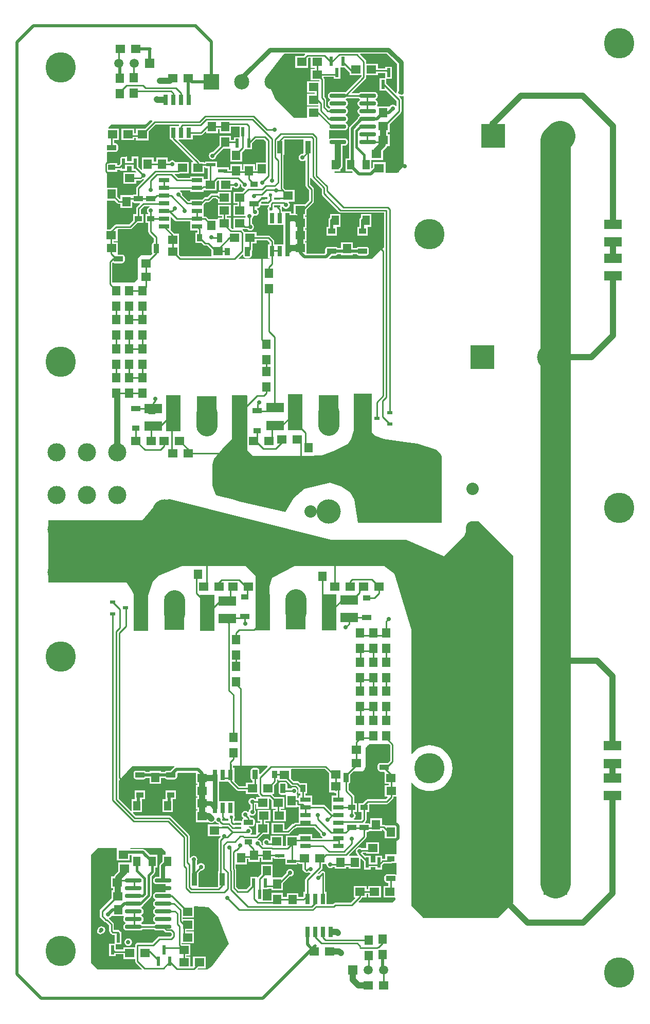
<source format=gtl>
G04 Layer_Physical_Order=1*
G04 Layer_Color=255*
%FSLAX25Y25*%
%MOIN*%
G70*
G01*
G75*
%ADD10R,0.09409X0.23622*%
%ADD11R,0.12598X0.22047*%
%ADD12R,0.05500X0.06299*%
%ADD13R,0.06299X0.05500*%
%ADD14R,0.11811X0.06496*%
%ADD15R,0.04803X0.03583*%
G04:AMPARAMS|DCode=16|XSize=35.83mil|YSize=62.99mil|CornerRadius=8.96mil|HoleSize=0mil|Usage=FLASHONLY|Rotation=270.000|XOffset=0mil|YOffset=0mil|HoleType=Round|Shape=RoundedRectangle|*
%AMROUNDEDRECTD16*
21,1,0.03583,0.04508,0,0,270.0*
21,1,0.01791,0.06299,0,0,270.0*
1,1,0.01791,-0.02254,-0.00896*
1,1,0.01791,-0.02254,0.00896*
1,1,0.01791,0.02254,0.00896*
1,1,0.01791,0.02254,-0.00896*
%
%ADD16ROUNDEDRECTD16*%
%ADD17R,0.03583X0.04803*%
G04:AMPARAMS|DCode=18|XSize=35.83mil|YSize=62.99mil|CornerRadius=8.96mil|HoleSize=0mil|Usage=FLASHONLY|Rotation=180.000|XOffset=0mil|YOffset=0mil|HoleType=Round|Shape=RoundedRectangle|*
%AMROUNDEDRECTD18*
21,1,0.03583,0.04508,0,0,180.0*
21,1,0.01791,0.06299,0,0,180.0*
1,1,0.01791,-0.00896,0.02254*
1,1,0.01791,0.00896,0.02254*
1,1,0.01791,0.00896,-0.02254*
1,1,0.01791,-0.00896,-0.02254*
%
%ADD18ROUNDEDRECTD18*%
%ADD19R,0.02362X0.05906*%
%ADD20R,0.05906X0.02362*%
%ADD21R,0.06890X0.03150*%
%ADD22R,0.02362X0.07087*%
%ADD23R,0.03347X0.02362*%
%ADD24R,0.03150X0.06890*%
%ADD25R,0.12598X0.08268*%
%ADD26R,0.03543X0.08268*%
%ADD27O,0.11024X0.02756*%
%ADD28R,0.04724X0.06299*%
G04:AMPARAMS|DCode=29|XSize=39.37mil|YSize=15.75mil|CornerRadius=3.94mil|HoleSize=0mil|Usage=FLASHONLY|Rotation=180.000|XOffset=0mil|YOffset=0mil|HoleType=Round|Shape=RoundedRectangle|*
%AMROUNDEDRECTD29*
21,1,0.03937,0.00787,0,0,180.0*
21,1,0.03150,0.01575,0,0,180.0*
1,1,0.00787,-0.01575,0.00394*
1,1,0.00787,0.01575,0.00394*
1,1,0.00787,0.01575,-0.00394*
1,1,0.00787,-0.01575,-0.00394*
%
%ADD29ROUNDEDRECTD29*%
%ADD30C,0.13780*%
%ADD31C,0.11811*%
%ADD32C,0.01000*%
%ADD33C,0.01969*%
%ADD34C,0.03937*%
%ADD35C,0.02953*%
%ADD36C,0.19685*%
%ADD37C,0.02126*%
%ADD38C,0.01575*%
%ADD39C,0.01181*%
%ADD40C,0.01012*%
%ADD41C,0.02756*%
%ADD42C,0.19685*%
%ADD43C,0.09843*%
%ADD44R,0.09843X0.09843*%
%ADD45C,0.05906*%
%ADD46R,0.05906X0.05906*%
%ADD47C,0.15748*%
%ADD48R,0.15748X0.15748*%
%ADD49C,0.11811*%
%ADD50C,0.08000*%
%ADD51C,0.02756*%
%ADD52C,0.02362*%
G36*
X415388Y390551D02*
X464016Y390551D01*
X488579Y379997D01*
X492520Y383937D01*
X495590Y387008D01*
X501681Y393098D01*
X502677Y395504D01*
X502677Y398770D01*
X503714Y401273D01*
X504095Y401653D01*
X505996Y402441D01*
X511181D01*
X512441Y401181D01*
X533386Y380236D01*
X533386Y361102D01*
X533465Y361024D01*
Y155512D01*
X523622Y145669D01*
X475197D01*
X474803Y146063D01*
X467323Y153543D01*
Y233132D01*
X467792Y233305D01*
X468808Y232115D01*
X470577Y230605D01*
X472561Y229389D01*
X474710Y228499D01*
X476972Y227956D01*
X479291Y227773D01*
X481610Y227956D01*
X483873Y228499D01*
X486022Y229389D01*
X488005Y230605D01*
X489774Y232115D01*
X491285Y233884D01*
X492501Y235868D01*
X493391Y238017D01*
X493934Y240279D01*
X494117Y242598D01*
X493934Y244918D01*
X493391Y247180D01*
X492501Y249329D01*
X491285Y251312D01*
X489774Y253081D01*
X488005Y254592D01*
X486022Y255808D01*
X483873Y256698D01*
X481610Y257241D01*
X479291Y257424D01*
X476972Y257241D01*
X474710Y256698D01*
X472561Y255808D01*
X470577Y254592D01*
X468808Y253081D01*
X467792Y251891D01*
X467323Y252064D01*
Y332283D01*
X456606Y368490D01*
X449722Y373622D01*
X391880D01*
X377268Y365829D01*
X375590Y360236D01*
X375590Y354724D01*
X366535D01*
X366535Y367323D01*
X360236Y373622D01*
X318661D01*
X303580Y367338D01*
X299817Y363175D01*
X296850Y354724D01*
Y354724D01*
X287795Y354724D01*
X286221Y357874D01*
X282909Y362992D01*
X232283Y362992D01*
Y403150D01*
X293261D01*
X300394Y411811D01*
X300276Y412402D01*
X303883Y416009D01*
X310630Y416929D01*
X415388Y390551D01*
D02*
G37*
G36*
X374240Y243633D02*
X369364Y238756D01*
X368902Y238948D01*
Y240867D01*
X368755Y241607D01*
X368336Y242234D01*
X367708Y242653D01*
X366969Y242800D01*
X365177D01*
X364438Y242653D01*
X363811Y242234D01*
X363392Y241607D01*
X363245Y240867D01*
Y236360D01*
X363392Y235620D01*
X363811Y234993D01*
X364438Y234574D01*
X364544Y234553D01*
Y233345D01*
X360184D01*
Y231057D01*
X355752D01*
X352782Y234027D01*
Y242763D01*
X351828D01*
Y244094D01*
X374048D01*
X374240Y243633D01*
D02*
G37*
G36*
X348885Y233762D02*
X349217Y233266D01*
X354037Y228446D01*
X354533Y228115D01*
X355118Y227998D01*
X360184D01*
Y225845D01*
X367997D01*
X368039Y225632D01*
X368371Y225136D01*
X369148Y224358D01*
X368957Y223897D01*
X366877D01*
Y222463D01*
X366172D01*
X366048Y222648D01*
X365262Y223174D01*
X364334Y223358D01*
X363406Y223174D01*
X362619Y222648D01*
X362094Y221862D01*
X361909Y220934D01*
X362094Y220006D01*
X362619Y219219D01*
X363198Y218833D01*
Y216342D01*
X362619Y215955D01*
X362094Y215169D01*
X361977Y214583D01*
X361850Y214502D01*
X361431Y214397D01*
X360770Y214838D01*
X359842Y215023D01*
X358915Y214838D01*
X358128Y214313D01*
X357603Y213526D01*
X357418Y212598D01*
X357603Y211671D01*
X358128Y210884D01*
X358472Y210654D01*
Y210053D01*
X358260Y209911D01*
X357841Y209284D01*
X357711Y208630D01*
X357480Y208471D01*
X357193Y208374D01*
X357109Y208430D01*
X356565Y208538D01*
X353416D01*
X352872Y208430D01*
X352870Y208429D01*
X352370Y208696D01*
Y209173D01*
X352413Y209202D01*
X352895Y209923D01*
X353065Y210774D01*
X352895Y211625D01*
X352701Y211916D01*
X352782Y212417D01*
X352782D01*
X352782Y212417D01*
Y221306D01*
X342732D01*
Y233873D01*
X348863D01*
X348885Y233762D01*
D02*
G37*
G36*
X381104Y234433D02*
X386468D01*
X389304Y231596D01*
X389801Y231264D01*
X390386Y231148D01*
X392674D01*
X394266Y229555D01*
Y226157D01*
X395619D01*
Y224928D01*
X394345D01*
Y223471D01*
X393934Y223149D01*
X393546Y223255D01*
Y225689D01*
X393131D01*
X392979Y226189D01*
X393053Y226238D01*
X393579Y227025D01*
X393763Y227953D01*
X393579Y228881D01*
X393053Y229667D01*
X392266Y230193D01*
X391339Y230377D01*
X390411Y230193D01*
X389624Y229667D01*
X389546Y229550D01*
X387012D01*
Y231812D01*
X386865Y232552D01*
X386446Y233179D01*
X385819Y233598D01*
X385079Y233745D01*
X383288D01*
X382548Y233598D01*
X381921Y233179D01*
X381502Y232552D01*
X381355Y231812D01*
Y227304D01*
X381502Y226565D01*
X381921Y225938D01*
X382548Y225519D01*
X383288Y225372D01*
X385079D01*
X385546Y225464D01*
X386046Y225115D01*
Y217390D01*
X393546D01*
Y217504D01*
X393845Y217749D01*
X394345D01*
Y214779D01*
Y209779D01*
Y207345D01*
X392430D01*
X391845Y207229D01*
X391349Y206897D01*
X390992Y206540D01*
X390971D01*
X390386Y206424D01*
X389889Y206093D01*
X386779Y202982D01*
X385176D01*
Y207361D01*
X376877D01*
Y199861D01*
X385176D01*
Y199923D01*
X387413D01*
X387998Y200040D01*
X388494Y200371D01*
X391604Y203482D01*
X391625D01*
X392211Y203598D01*
X392707Y203930D01*
X393063Y204286D01*
X404409D01*
X408409Y200286D01*
X408366Y200068D01*
X408551Y199140D01*
X409076Y198353D01*
X409837Y197845D01*
X409843Y197808D01*
X409632Y197345D01*
X403235D01*
Y199928D01*
X394345D01*
Y199495D01*
X394285Y199019D01*
X385986D01*
Y192159D01*
X384285D01*
Y199019D01*
X375986D01*
Y195850D01*
X375486Y195698D01*
X375103Y196270D01*
X374317Y196796D01*
X373389Y196981D01*
X372461Y196796D01*
X371674Y196270D01*
X371149Y195484D01*
X370964Y194556D01*
X371149Y193628D01*
X371404Y193247D01*
X371183Y192676D01*
X371142Y192666D01*
X370258Y193550D01*
X370302Y193769D01*
X370117Y194696D01*
X369592Y195483D01*
X368805Y196009D01*
X367877Y196193D01*
X367823Y196182D01*
X367696Y196653D01*
X368192Y196985D01*
X371069Y199861D01*
X375176D01*
Y207361D01*
X372648D01*
Y208129D01*
X375964D01*
Y215629D01*
X367665D01*
Y208129D01*
X369589D01*
Y207361D01*
X366877D01*
Y199995D01*
X366477Y199595D01*
X363440D01*
X363288Y200096D01*
X363525Y200254D01*
X364050Y201040D01*
X364235Y201968D01*
X364050Y202896D01*
X363525Y203682D01*
X362738Y204208D01*
X362174Y204320D01*
X362223Y204820D01*
X364134D01*
X364874Y204967D01*
X365501Y205386D01*
X365920Y206013D01*
X366067Y206753D01*
Y208544D01*
X365920Y209284D01*
X365501Y209911D01*
X364874Y210330D01*
X364134Y210477D01*
X363360D01*
X363293Y210814D01*
X362962Y211310D01*
X362442Y211830D01*
X362427Y211896D01*
X362467Y212029D01*
X363052Y212238D01*
X363406Y212001D01*
X364334Y211816D01*
X365262Y212001D01*
X366048Y212527D01*
X366574Y213313D01*
X366758Y214241D01*
X366574Y215169D01*
X366257Y215643D01*
Y219405D01*
X366877D01*
Y216396D01*
X375176D01*
Y222629D01*
X375638Y222821D01*
X376877Y221582D01*
Y216396D01*
X379589D01*
Y215629D01*
X377664D01*
Y208129D01*
X385964D01*
Y215629D01*
X382647D01*
Y216396D01*
X385176D01*
Y223897D01*
X378888D01*
X377402Y225383D01*
X377593Y225845D01*
X378483D01*
Y231582D01*
X380029Y233127D01*
X380360Y233623D01*
X380477Y234209D01*
Y235212D01*
X381104D01*
Y234433D01*
D02*
G37*
G36*
X313973Y243433D02*
X313614Y243194D01*
X311459Y241039D01*
X309238D01*
X308499Y240892D01*
X307872Y240473D01*
X307712Y240233D01*
X305281D01*
Y240844D01*
X297781D01*
Y240233D01*
X295273D01*
X295113Y240473D01*
X294486Y240892D01*
X293746Y241039D01*
X289238D01*
X288498Y240892D01*
X287872Y240473D01*
X287453Y239845D01*
X287305Y239106D01*
Y237315D01*
X287453Y236575D01*
X287872Y235948D01*
X288498Y235529D01*
X289238Y235382D01*
X293746D01*
X294486Y235529D01*
X295113Y235948D01*
X295273Y236187D01*
X297781D01*
Y232545D01*
X305281D01*
Y236187D01*
X307712D01*
X307872Y235948D01*
X308499Y235529D01*
X309238Y235382D01*
X313746D01*
X314486Y235529D01*
X315113Y235948D01*
X315532Y236575D01*
X315679Y237315D01*
Y239106D01*
X315632Y239344D01*
X315979Y239740D01*
X327718D01*
Y232464D01*
X328874D01*
Y231770D01*
X327664D01*
Y224271D01*
X328874D01*
Y223503D01*
X327664D01*
Y216003D01*
X328874D01*
Y215235D01*
X327664D01*
Y207735D01*
X335816D01*
X336141Y207486D01*
X336863Y207187D01*
X337638Y207085D01*
X338413Y207187D01*
X339135Y207486D01*
X339755Y207962D01*
X339861Y208100D01*
X340361Y208084D01*
X340647Y207655D01*
X341434Y207130D01*
X342223Y206973D01*
X342628Y206568D01*
X342437Y206106D01*
X335592D01*
Y198606D01*
X343489D01*
X343638Y198425D01*
X343718Y198022D01*
X342859Y197163D01*
X342527Y196667D01*
X342411Y196081D01*
Y175803D01*
X342110D01*
Y165888D01*
X341956Y165734D01*
X329543D01*
Y175018D01*
X330884Y176359D01*
X331102Y176316D01*
X332030Y176500D01*
X332817Y177026D01*
X333342Y177812D01*
X333527Y178740D01*
X333342Y179668D01*
X332817Y180455D01*
X332030Y180980D01*
X331102Y181165D01*
X330174Y180980D01*
X329388Y180455D01*
X329168Y180125D01*
X328498Y180023D01*
X328401Y180102D01*
Y182212D01*
X328618Y182537D01*
X328802Y183465D01*
X328618Y184392D01*
X328092Y185179D01*
X327306Y185705D01*
X326378Y185889D01*
X325450Y185705D01*
X324663Y185179D01*
X324237Y184541D01*
X323737Y184693D01*
Y198658D01*
X323621Y199244D01*
X323289Y199740D01*
X311680Y211349D01*
X311184Y211681D01*
X310598Y211797D01*
X288863D01*
X286980Y213681D01*
X287171Y214142D01*
X292925D01*
Y222442D01*
X293382Y222545D01*
X294894D01*
Y228128D01*
X288090D01*
Y222545D01*
X287633Y222442D01*
X286201D01*
Y215113D01*
X285739Y214922D01*
X277643Y223018D01*
Y234335D01*
X279921Y236614D01*
X286470Y243933D01*
X313822D01*
X313973Y243433D01*
D02*
G37*
G36*
X297786Y606235D02*
X297497Y606177D01*
X296711Y605652D01*
X296185Y604865D01*
X296001Y603937D01*
X296185Y603009D01*
X296711Y602223D01*
X296896Y602099D01*
Y601473D01*
X295024D01*
Y595890D01*
X296896D01*
Y590158D01*
X297012Y589572D01*
X297344Y589076D01*
X300577Y585843D01*
Y583195D01*
X300471Y583174D01*
X299844Y582755D01*
X299425Y582128D01*
X299278Y581388D01*
Y576880D01*
X299425Y576140D01*
X299621Y575847D01*
X298576Y574803D01*
X292126D01*
X290158Y572835D01*
Y559449D01*
X287795Y557087D01*
X273622D01*
X273577Y557147D01*
Y569839D01*
X274008Y570270D01*
X274566Y569898D01*
X275305Y569750D01*
X279813D01*
X280553Y569898D01*
X281180Y570317D01*
X281599Y570944D01*
X281746Y571683D01*
Y573475D01*
X281599Y574214D01*
X281180Y574841D01*
X280553Y575260D01*
X279813Y575407D01*
X277491D01*
X277129Y575741D01*
Y583241D01*
X274455D01*
Y584083D01*
X277076D01*
Y591582D01*
X277495Y591778D01*
X285177D01*
X285762Y591894D01*
X286259Y592226D01*
X289923Y595890D01*
X293953D01*
Y601473D01*
X292081D01*
Y604485D01*
X294330Y606735D01*
X297737D01*
X297786Y606235D01*
D02*
G37*
G36*
X375498Y583363D02*
Y581906D01*
X374453D01*
Y573016D01*
X375498D01*
Y572441D01*
X355572D01*
X355381Y572903D01*
X357871Y575393D01*
X358333Y575202D01*
Y574912D01*
X358480Y574172D01*
X358899Y573545D01*
X359526Y573126D01*
X360266Y572979D01*
X362057D01*
X362797Y573126D01*
X363424Y573545D01*
X363843Y574172D01*
X363990Y574912D01*
Y577835D01*
X364314Y578320D01*
X364430Y578905D01*
Y582434D01*
X367050D01*
Y584654D01*
X374207D01*
X375498Y583363D01*
D02*
G37*
G36*
X453749Y257420D02*
Y247644D01*
X452100Y245995D01*
X451930Y246028D01*
X447422D01*
X446682Y245881D01*
X446055Y245462D01*
X445636Y244835D01*
X445489Y244096D01*
Y242304D01*
X445636Y241565D01*
X446055Y240938D01*
X446682Y240519D01*
X447422Y240371D01*
X449744D01*
X450105Y240038D01*
Y232538D01*
X452871D01*
Y231696D01*
X450159D01*
Y224196D01*
X451788D01*
X451979Y223734D01*
X450708Y222463D01*
X439044D01*
X438459Y222347D01*
X437963Y222015D01*
X435836Y219889D01*
X433282D01*
Y214306D01*
X435245D01*
Y209756D01*
X434893Y209403D01*
X430376D01*
X430225Y209903D01*
X430615Y210164D01*
X431141Y210951D01*
X431325Y211879D01*
X431141Y212807D01*
X430615Y213593D01*
X430430Y213717D01*
Y214306D01*
X432211D01*
Y219889D01*
X430430D01*
Y224083D01*
X430314Y224669D01*
X429982Y225165D01*
X426749Y228398D01*
Y232602D01*
X426764Y232605D01*
X427391Y233024D01*
X427810Y233651D01*
X427957Y234391D01*
Y238645D01*
X429863Y240551D01*
X435827D01*
X437795Y242519D01*
Y255905D01*
X440158Y258267D01*
X452902D01*
X453749Y257420D01*
D02*
G37*
G36*
X441732Y460143D02*
X444291Y458071D01*
X449606Y455905D01*
X462992Y453937D01*
X471260Y452756D01*
X483661Y449016D01*
X486221Y446457D01*
X487008Y444488D01*
X487008Y401575D01*
X432628D01*
X430527Y416660D01*
X427630Y421314D01*
X421691Y425337D01*
X414725Y427480D01*
X398229Y423599D01*
X391239Y417728D01*
X385929Y408504D01*
X356299Y415354D01*
X351181Y416852D01*
Y416852D01*
X341339Y419291D01*
X340945Y419685D01*
X339370Y422441D01*
X338583Y425984D01*
Y439370D01*
X339370Y442913D01*
X346850Y451575D01*
X351181Y455906D01*
Y484252D01*
X360670Y484252D01*
X361024Y483898D01*
X361024Y458318D01*
X360981Y458275D01*
X360981D01*
Y450775D01*
X361024D01*
Y448733D01*
X364875Y444882D01*
X399606Y444882D01*
X409452Y445144D01*
X417520Y448228D01*
X426197Y452685D01*
X426378Y452756D01*
X428346Y455905D01*
X430113Y461417D01*
Y485099D01*
X441732D01*
Y460143D01*
D02*
G37*
G36*
X273571Y146827D02*
Y146754D01*
X280922D01*
X281235Y146321D01*
X280900Y145821D01*
X280716Y144893D01*
X280900Y143965D01*
X281426Y143178D01*
X282212Y142653D01*
X282238Y142648D01*
Y142138D01*
X282212Y142133D01*
X281426Y141607D01*
X280900Y140821D01*
X280716Y139893D01*
X280900Y138965D01*
X281426Y138179D01*
X282212Y137653D01*
X283140Y137468D01*
X291408D01*
X292336Y137653D01*
X293122Y138179D01*
X293246Y138364D01*
X300593D01*
X300717Y138179D01*
X301504Y137653D01*
X302432Y137468D01*
X306827D01*
X307606Y136689D01*
X308102Y136358D01*
X308687Y136241D01*
X311258D01*
X312048Y135451D01*
Y134334D01*
X311258Y133544D01*
X304198D01*
X303612Y133428D01*
X303116Y133096D01*
X299533Y129513D01*
X289833D01*
X289248Y129396D01*
X288752Y129065D01*
X288420Y128569D01*
X288304Y127983D01*
Y126578D01*
X280710D01*
Y125182D01*
X275872D01*
Y128558D01*
X279613D01*
Y136464D01*
X278919D01*
X278844Y136839D01*
X278513Y137335D01*
X278017Y137666D01*
X277432Y137783D01*
X274601D01*
Y141496D01*
X274484Y142081D01*
X274153Y142577D01*
X271491Y145238D01*
X271656Y145781D01*
X271863Y145822D01*
X272650Y146348D01*
X273071Y146978D01*
X273571Y146827D01*
D02*
G37*
G36*
X308268Y188583D02*
Y186458D01*
X306201D01*
Y182375D01*
X304851Y181025D01*
X304325Y180238D01*
X304141Y179310D01*
Y172318D01*
X302432D01*
X301504Y172133D01*
X300717Y171607D01*
X300191Y170821D01*
X300007Y169893D01*
X300191Y168965D01*
X300717Y168178D01*
X301504Y167653D01*
X302432Y167468D01*
X308268D01*
Y162318D01*
X302432D01*
X301504Y162133D01*
X300717Y161607D01*
X300191Y160821D01*
X300007Y159893D01*
X300191Y158965D01*
X300717Y158178D01*
X301504Y157653D01*
X301529Y157648D01*
Y157138D01*
X301504Y157133D01*
X300717Y156607D01*
X300191Y155821D01*
X300007Y154893D01*
X300191Y153965D01*
X300717Y153179D01*
X301504Y152653D01*
X301529Y152648D01*
Y152138D01*
X301504Y152133D01*
X300717Y151607D01*
X300191Y150821D01*
X300007Y149893D01*
X300191Y148965D01*
X300717Y148179D01*
X301504Y147653D01*
X301529Y147648D01*
Y147138D01*
X301504Y147133D01*
X300717Y146607D01*
X300191Y145821D01*
X300007Y144893D01*
X300191Y143965D01*
X300717Y143178D01*
X301504Y142653D01*
X301529Y142648D01*
Y142138D01*
X301504Y142133D01*
X300717Y141607D01*
X300593Y141422D01*
X293246D01*
X293122Y141607D01*
X292336Y142133D01*
X292310Y142138D01*
Y142648D01*
X292336Y142653D01*
X293122Y143178D01*
X293648Y143965D01*
X293832Y144893D01*
X293648Y145821D01*
X293122Y146607D01*
X292336Y147133D01*
X292310Y147138D01*
Y147648D01*
X292336Y147653D01*
X293122Y148179D01*
X293648Y148965D01*
X293832Y149893D01*
X293648Y150821D01*
X293122Y151607D01*
X292336Y152133D01*
X292310Y152138D01*
Y152648D01*
X292336Y152653D01*
X293122Y153179D01*
X293648Y153965D01*
X293668Y154067D01*
X298437Y158835D01*
X298437Y158835D01*
X298832Y159427D01*
X298970Y160124D01*
Y172377D01*
X300852Y174258D01*
X300852Y174259D01*
X301247Y174850D01*
X301385Y175547D01*
Y178158D01*
X302925D01*
Y186458D01*
X298113D01*
X296333Y188238D01*
X295991Y188466D01*
X294838Y189620D01*
X294181Y190058D01*
X293407Y190212D01*
X285247D01*
X285212Y190239D01*
X285090Y190445D01*
X285374Y190945D01*
X305906D01*
X308268Y188583D01*
D02*
G37*
G36*
X276568Y190500D02*
X276568D01*
Y183000D01*
X284867D01*
Y186166D01*
X286201D01*
Y181443D01*
X285708Y181426D01*
Y181426D01*
X277409D01*
Y175699D01*
X275504Y173794D01*
X275028Y173174D01*
X274729Y172452D01*
X274726Y172426D01*
X272684D01*
Y164926D01*
X274233D01*
Y163426D01*
X273078D01*
Y158273D01*
X265917Y151112D01*
X265585Y150616D01*
X265469Y150031D01*
Y146816D01*
X265585Y146230D01*
X265917Y145734D01*
X268336Y143315D01*
X268832Y142984D01*
X269417Y142868D01*
X269537D01*
X271542Y140862D01*
Y137132D01*
X271658Y136547D01*
X271990Y136051D01*
X272868Y135172D01*
X273365Y134841D01*
X273950Y134724D01*
X275250D01*
Y128983D01*
X271510D01*
Y121078D01*
X275872D01*
Y122123D01*
X280710D01*
Y119078D01*
X288304D01*
Y117747D01*
X288420Y117162D01*
X288752Y116666D01*
X292751Y112666D01*
X292560Y112205D01*
X292126D01*
X264173D01*
X259842Y116535D01*
Y186614D01*
X264173Y190945D01*
X276433D01*
X276568Y190500D01*
D02*
G37*
G36*
X336061Y152522D02*
X342042Y146541D01*
X349275Y129046D01*
X338088Y114351D01*
X335039Y112205D01*
X331102Y112205D01*
X328839D01*
X328647Y112667D01*
X329051Y113070D01*
X334169D01*
Y120570D01*
X325870D01*
Y114215D01*
X325754Y114099D01*
X324169D01*
Y120570D01*
X321549D01*
Y121245D01*
X324169D01*
Y128745D01*
X318528D01*
Y129289D01*
X326531D01*
Y136789D01*
X321549D01*
Y137501D01*
X326531D01*
Y145001D01*
X319253D01*
Y145800D01*
X326523D01*
Y152870D01*
X326889Y153210D01*
X336061Y152522D01*
D02*
G37*
G36*
X436668Y182329D02*
Y176983D01*
X441030D01*
Y178460D01*
X444148D01*
Y176983D01*
X448510D01*
Y179916D01*
X449554Y180960D01*
X454098D01*
X454683Y181076D01*
X454921Y181235D01*
X457408D01*
Y181235D01*
X457874Y181154D01*
Y173851D01*
X457374Y173584D01*
X457000Y173834D01*
X456260Y173981D01*
X451752D01*
X451013Y173834D01*
X450386Y173415D01*
X449967Y172788D01*
X449820Y172048D01*
Y170257D01*
X449967Y169517D01*
X450386Y168890D01*
X451013Y168471D01*
X451752Y168324D01*
X452568D01*
Y166342D01*
X449372D01*
Y158842D01*
X456895D01*
X457087Y158380D01*
X456974Y158268D01*
Y157459D01*
X455139Y155624D01*
X433297D01*
X433090Y156124D01*
X435258Y158292D01*
X435589Y158788D01*
X435615Y158916D01*
X438326D01*
Y161137D01*
X439372D01*
Y158842D01*
X447671D01*
Y166342D01*
X439372D01*
Y164196D01*
X438326D01*
Y166416D01*
X430027D01*
Y158916D01*
X430903D01*
X431095Y158454D01*
X428107Y155466D01*
X418086D01*
X417501Y155350D01*
X417004Y155018D01*
X416543Y154557D01*
X412555D01*
Y162417D01*
X411510D01*
Y174547D01*
X411393Y175133D01*
X411062Y175629D01*
X410566Y175960D01*
X409980Y176077D01*
X409395Y175960D01*
X408899Y175629D01*
X407356Y174086D01*
X406949Y174125D01*
X406732Y174583D01*
X409327Y177178D01*
X409659Y177674D01*
X409775Y178259D01*
Y180496D01*
X412022D01*
X412465Y180217D01*
X412509Y180043D01*
X412660Y179282D01*
X413186Y178496D01*
X413972Y177970D01*
X414900Y177786D01*
X415828Y177970D01*
X416614Y178496D01*
X416738Y178681D01*
X417677D01*
Y177598D01*
X425177D01*
Y178681D01*
X426930D01*
Y177598D01*
X434430D01*
Y183914D01*
X434891Y184106D01*
X436668Y182329D01*
D02*
G37*
G36*
X457874Y205973D02*
X457374Y205506D01*
X450610D01*
X450492Y205625D01*
X449996Y205956D01*
X449410Y206073D01*
X448345D01*
Y210231D01*
X440844D01*
Y206577D01*
X440344Y206425D01*
X440304Y206486D01*
X439677Y206905D01*
X438937Y207052D01*
X437520D01*
X437329Y207514D01*
X437856Y208041D01*
X438188Y208538D01*
X438304Y209123D01*
Y214306D01*
X440085D01*
Y219405D01*
X451342D01*
X451927Y219521D01*
X452423Y219852D01*
X455481Y222911D01*
X455813Y223407D01*
X455929Y223992D01*
Y224196D01*
X457874D01*
X457874Y205973D01*
D02*
G37*
G36*
X414279Y239191D02*
Y234900D01*
X414279D01*
Y234526D01*
X414279D01*
Y227026D01*
X417348D01*
X417843Y226696D01*
X418428Y226579D01*
X418717Y226342D01*
Y224928D01*
X415802D01*
Y219779D01*
Y214856D01*
X415560Y214679D01*
X415356Y214594D01*
X411515Y218435D01*
X411019Y218766D01*
X410434Y218883D01*
X403235D01*
Y224928D01*
X398678D01*
Y226157D01*
X399849D01*
Y232960D01*
X395187D01*
X394389Y233759D01*
X393892Y234090D01*
X393307Y234207D01*
X391019D01*
X389403Y235823D01*
Y241933D01*
X389804Y242171D01*
X411298D01*
X414279Y239191D01*
D02*
G37*
G36*
X378203Y183873D02*
X385683D01*
Y180133D01*
X393589D01*
Y181178D01*
X394096D01*
Y180496D01*
X396808D01*
Y177647D01*
X396924Y177062D01*
X397255Y176566D01*
X398525Y175296D01*
X399021Y174965D01*
X399606Y174849D01*
X400192Y174965D01*
X400586Y175228D01*
X401040Y174925D01*
X401875Y174759D01*
X401997Y174558D01*
X402045Y174254D01*
X401946Y174188D01*
X399041Y171282D01*
X398709Y170786D01*
X398593Y170201D01*
Y162417D01*
X397406D01*
Y159529D01*
X396978Y159101D01*
X394264D01*
Y161721D01*
X386764D01*
Y159185D01*
X384171D01*
Y161805D01*
X376671D01*
Y157041D01*
X371148D01*
Y164385D01*
X374888D01*
Y164589D01*
X376671D01*
Y163506D01*
X384171D01*
Y168136D01*
X388526Y172490D01*
X388744Y172447D01*
X389672Y172632D01*
X390458Y173157D01*
X390984Y173944D01*
X391168Y174872D01*
X390984Y175799D01*
X390458Y176586D01*
X389672Y177112D01*
X388744Y177296D01*
X387816Y177112D01*
X387030Y176586D01*
X386504Y175799D01*
X386319Y174872D01*
X386363Y174653D01*
X383515Y171806D01*
X377893D01*
X377478Y172010D01*
Y180309D01*
X369978D01*
Y174125D01*
X367977Y172123D01*
X367908Y172020D01*
X367408Y172172D01*
Y172291D01*
X363046D01*
Y166690D01*
X360551Y164196D01*
X355519D01*
X353955Y165760D01*
Y176810D01*
X353838Y177395D01*
X353507Y177891D01*
X353498Y177900D01*
Y180382D01*
X360869D01*
Y183880D01*
X361637D01*
Y181957D01*
X369137D01*
Y184691D01*
X369978D01*
Y182010D01*
X377478D01*
Y184691D01*
X378203D01*
Y183873D01*
D02*
G37*
G36*
X450293Y201497D02*
Y197207D01*
X457793D01*
X457874Y196740D01*
Y186900D01*
X457374Y186818D01*
X450605D01*
Y184018D01*
X448920D01*
X448897Y184014D01*
X448510Y184331D01*
Y186070D01*
X444148D01*
Y181518D01*
X441030D01*
Y186070D01*
X437253D01*
X435829Y187494D01*
X436159Y187871D01*
X438191D01*
Y187189D01*
X446490D01*
Y194689D01*
X438191D01*
Y190930D01*
X435491D01*
X435278Y190888D01*
X434786Y191216D01*
X433858Y191401D01*
X432930Y191216D01*
X432144Y190691D01*
X431618Y189904D01*
X431434Y188976D01*
X431618Y188049D01*
X432144Y187262D01*
X432151Y187257D01*
X432212Y186950D01*
X432544Y186453D01*
X432638Y186360D01*
X432446Y185898D01*
X427350D01*
X427143Y186398D01*
X437856Y197111D01*
X438188Y197607D01*
X438304Y198192D01*
Y201395D01*
X438937D01*
X439677Y201542D01*
X440304Y201961D01*
X440344Y202022D01*
X440844Y201932D01*
Y201932D01*
X448345D01*
Y202850D01*
X448844Y202946D01*
X450293Y201497D01*
D02*
G37*
G36*
X314273Y597344D02*
X314769Y597012D01*
X315354Y596896D01*
X324000D01*
Y590851D01*
X328648D01*
Y589622D01*
X327386D01*
Y582819D01*
X331416D01*
X332639Y581596D01*
X333135Y581264D01*
X333720Y581148D01*
X335193D01*
X337831Y578510D01*
Y574089D01*
X317946D01*
X316893Y575142D01*
Y580878D01*
X316893D01*
Y581252D01*
X316893D01*
Y588753D01*
X313824D01*
X311433Y591143D01*
Y595851D01*
Y599531D01*
X311895Y599722D01*
X314273Y597344D01*
D02*
G37*
G36*
X462598Y677977D02*
Y632677D01*
X458268Y628347D01*
X454724D01*
X450667D01*
Y635141D01*
X442368D01*
Y631677D01*
X441889Y631199D01*
X441428Y631390D01*
Y636715D01*
X449039D01*
Y642442D01*
X450943Y644347D01*
X451419Y644967D01*
X451718Y645689D01*
X451721Y645715D01*
X453369D01*
Y653215D01*
X452214D01*
Y654715D01*
X453369D01*
Y659868D01*
X460530Y667029D01*
X460862Y667525D01*
X460978Y668110D01*
Y675591D01*
X460862Y676176D01*
X460530Y676672D01*
X459646Y677557D01*
X459811Y678098D01*
X460005Y678136D01*
X460096Y678075D01*
X461024Y677891D01*
X461951Y678075D01*
X462157Y678213D01*
X462598Y677977D01*
D02*
G37*
G36*
X299525Y661743D02*
X294645Y656863D01*
X288909D01*
Y653929D01*
X287863D01*
Y656937D01*
X279564D01*
Y649437D01*
X287863D01*
Y650870D01*
X288909D01*
Y649363D01*
X297208D01*
Y655099D01*
X301756Y659648D01*
X316673D01*
X316940Y659148D01*
X316835Y658991D01*
X316773Y658677D01*
X310673D01*
Y649788D01*
X311941D01*
X312167Y649450D01*
X325872Y635745D01*
X325680Y635283D01*
X324839D01*
Y627783D01*
X333139D01*
Y631935D01*
X333646D01*
Y631284D01*
X335570D01*
Y624260D01*
X332950D01*
X332890Y624735D01*
Y626000D01*
X324000D01*
Y624955D01*
X316185D01*
X313997Y627143D01*
X314188Y627605D01*
X316590D01*
X317175Y627721D01*
X317268Y627783D01*
X323139D01*
Y635283D01*
X314839D01*
X314839Y635283D01*
Y635283D01*
X314369Y635403D01*
X314140Y635745D01*
X313354Y636271D01*
X312426Y636455D01*
X311498Y636271D01*
X310712Y635745D01*
X310588Y635560D01*
X309557D01*
Y638180D01*
X302057D01*
Y635560D01*
X300305D01*
Y638180D01*
X292805D01*
Y630472D01*
X292305Y630265D01*
X290567Y632003D01*
Y638795D01*
X286205D01*
Y635781D01*
X283087D01*
Y638795D01*
X278724D01*
Y634234D01*
X277772Y633282D01*
X276630D01*
Y634544D01*
X270079D01*
Y641494D01*
X270579Y641876D01*
X270974Y641798D01*
X275482D01*
X276222Y641945D01*
X276849Y642364D01*
X277268Y642991D01*
X277415Y643730D01*
Y645522D01*
X277268Y646262D01*
X276849Y646888D01*
X276222Y647307D01*
X275482Y647455D01*
X274758D01*
Y649437D01*
X277863D01*
Y656937D01*
X271041D01*
X270979Y657087D01*
Y657895D01*
X272814Y659730D01*
X294882D01*
X295518Y659994D01*
X297729Y662205D01*
X299334D01*
X299525Y661743D01*
D02*
G37*
G36*
X286205Y629709D02*
X288535D01*
X289232Y629013D01*
X288947Y628590D01*
X280745D01*
Y621090D01*
X289044D01*
Y623311D01*
X291835D01*
X292420Y623427D01*
X292916Y623759D01*
X293431Y624273D01*
X293837Y624235D01*
X294054Y623776D01*
X289470Y619192D01*
X289138Y618696D01*
X289022Y618110D01*
Y614384D01*
X288297D01*
X287558Y614237D01*
X286931Y613818D01*
X286890Y613757D01*
X286390Y613847D01*
Y613847D01*
X278890D01*
Y611593D01*
X278390Y611386D01*
X276941Y612835D01*
Y618572D01*
X270079D01*
Y628961D01*
X276630D01*
Y630223D01*
X278405D01*
X278724Y629961D01*
Y629709D01*
X283087D01*
Y632723D01*
X286205D01*
Y629709D01*
D02*
G37*
G36*
X397622Y641124D02*
X397069Y640570D01*
X396850Y640614D01*
X395923Y640429D01*
X395136Y639903D01*
X394610Y639117D01*
X394426Y638189D01*
X394610Y637261D01*
X395136Y636475D01*
X395923Y635949D01*
X396850Y635765D01*
X397778Y635949D01*
X398364Y636341D01*
X398864Y636092D01*
Y620079D01*
X398981Y619494D01*
X399312Y618997D01*
X401227Y617083D01*
Y610476D01*
X398794Y608044D01*
X391271D01*
Y607026D01*
X391262Y601913D01*
X390790Y601912D01*
X389602D01*
Y603362D01*
X383557D01*
Y604587D01*
X383440Y605172D01*
X383291Y605396D01*
X383399Y605559D01*
X383508Y606103D01*
Y606199D01*
X383588Y606254D01*
X384267Y606123D01*
X384506Y605766D01*
X385293Y605240D01*
X386221Y605056D01*
X387148Y605240D01*
X387935Y605766D01*
X388460Y606553D01*
X388645Y607480D01*
X388460Y608408D01*
X387949Y609173D01*
X387992Y609384D01*
X388080Y609673D01*
X391642D01*
Y617173D01*
X385906D01*
X385147Y617932D01*
X385147Y617932D01*
X384600Y618478D01*
Y639945D01*
X385055D01*
Y649822D01*
X385279Y650046D01*
X397622D01*
Y641124D01*
D02*
G37*
G36*
X398501Y704995D02*
X397397Y703890D01*
X392278D01*
Y696390D01*
X400577D01*
Y702745D01*
X400693Y702861D01*
X402278D01*
Y696390D01*
X404898D01*
Y695715D01*
X402278D01*
Y688215D01*
X407919D01*
Y687671D01*
X399916D01*
Y680171D01*
X404898D01*
Y679459D01*
X399916D01*
Y671959D01*
X407194D01*
Y671160D01*
X399924D01*
Y663780D01*
X391339D01*
X379011Y676107D01*
X373165Y690246D01*
X384353Y704941D01*
X385140Y705495D01*
X398294D01*
X398501Y704995D01*
D02*
G37*
G36*
X450575Y689583D02*
X446835D01*
Y681677D01*
X451197D01*
X451197Y681677D01*
Y681677D01*
X451534Y681343D01*
X457919Y674957D01*
Y671656D01*
X457419Y671504D01*
X457226Y671793D01*
X456440Y672319D01*
X455512Y672503D01*
X454584Y672319D01*
X453797Y671793D01*
X453376Y671163D01*
X452876Y671314D01*
Y671388D01*
X445525D01*
X445213Y671820D01*
X445547Y672320D01*
X445732Y673248D01*
X445547Y674176D01*
X445021Y674963D01*
X444235Y675488D01*
X444209Y675493D01*
Y676003D01*
X444235Y676008D01*
X445021Y676534D01*
X445547Y677320D01*
X445732Y678248D01*
X445547Y679176D01*
X445021Y679963D01*
X444235Y680488D01*
X443307Y680673D01*
X435039D01*
X434111Y680488D01*
X433325Y679963D01*
X433201Y679778D01*
X429050D01*
X428859Y680239D01*
X437696Y689076D01*
X438027Y689572D01*
X438144Y690158D01*
Y691563D01*
X445737D01*
Y692959D01*
X450575D01*
Y689583D01*
D02*
G37*
G36*
X356087Y651394D02*
X352346D01*
Y649652D01*
X350563D01*
Y652273D01*
X343063D01*
Y646014D01*
X338800Y641751D01*
X338582Y641794D01*
X337654Y641609D01*
X336868Y641084D01*
X336342Y640297D01*
X336157Y639370D01*
X336342Y638442D01*
X336868Y637655D01*
X337654Y637130D01*
X338582Y636945D01*
X339510Y637130D01*
X340297Y637655D01*
X340822Y638442D01*
X341007Y639370D01*
X340963Y639588D01*
X345349Y643973D01*
X349735D01*
X350150Y643764D01*
X350150D01*
Y635469D01*
X357650D01*
Y641708D01*
X359349Y643407D01*
X359356Y643417D01*
X359827Y643488D01*
X359827Y643488D01*
X364189D01*
Y647459D01*
X366775Y650046D01*
X371808D01*
X373230Y648623D01*
Y635003D01*
X366759D01*
Y630361D01*
X365992D01*
Y633822D01*
X358492D01*
Y630361D01*
X357650D01*
Y633769D01*
X350150D01*
Y630361D01*
X349031D01*
Y631906D01*
X341551D01*
Y635646D01*
X333646D01*
Y634994D01*
X333139D01*
Y635283D01*
X330420D01*
X330402Y635376D01*
X330070Y635872D01*
X316617Y649326D01*
X316808Y649788D01*
X325823D01*
Y652703D01*
X331122D01*
X331707Y652819D01*
X332204Y653151D01*
X334014Y654962D01*
X334476Y654770D01*
Y654027D01*
X341976D01*
Y656594D01*
X343063D01*
Y653973D01*
X350563D01*
Y658313D01*
X356087D01*
Y651394D01*
D02*
G37*
G36*
X433325Y676534D02*
X434111Y676008D01*
X434137Y676003D01*
Y675493D01*
X434111Y675488D01*
X433325Y674963D01*
X432799Y674176D01*
X432615Y673248D01*
X432799Y672320D01*
X433325Y671534D01*
X434111Y671008D01*
X434137Y671003D01*
Y670493D01*
X434111Y670488D01*
X433325Y669963D01*
X432799Y669176D01*
X432615Y668248D01*
X432799Y667320D01*
X433325Y666534D01*
X434111Y666008D01*
X434137Y666003D01*
Y665493D01*
X434111Y665488D01*
X433325Y664963D01*
X432799Y664176D01*
X432662Y663487D01*
X427672Y658497D01*
X427233Y657840D01*
X427079Y657066D01*
Y644028D01*
Y637621D01*
X424703D01*
Y629321D01*
X428841D01*
X429354Y628808D01*
X429163Y628347D01*
X418110Y628347D01*
X417597Y628860D01*
X417789Y629321D01*
X421428D01*
Y630515D01*
X421999Y630954D01*
X422475Y631574D01*
X422774Y632296D01*
X422876Y633071D01*
Y645824D01*
X424016D01*
X424944Y646008D01*
X425730Y646534D01*
X426256Y647320D01*
X426440Y648248D01*
X426256Y649176D01*
X425730Y649963D01*
X424944Y650488D01*
X424016Y650673D01*
X415748D01*
X414820Y650488D01*
X414614Y650351D01*
X414173Y650586D01*
X414173Y655910D01*
X414614Y656146D01*
X414820Y656008D01*
X415748Y655824D01*
X424016D01*
X424944Y656008D01*
X425730Y656534D01*
X426256Y657320D01*
X426440Y658248D01*
X426256Y659176D01*
X425730Y659963D01*
X424944Y660488D01*
X424918Y660493D01*
Y661003D01*
X424944Y661008D01*
X425730Y661534D01*
X426256Y662320D01*
X426440Y663248D01*
X426256Y664176D01*
X425730Y664963D01*
X424944Y665488D01*
X424918Y665493D01*
Y666003D01*
X424944Y666008D01*
X425730Y666534D01*
X426256Y667320D01*
X426440Y668248D01*
X426256Y669176D01*
X425730Y669963D01*
X424944Y670488D01*
X424918Y670493D01*
Y671003D01*
X424944Y671008D01*
X425730Y671534D01*
X426256Y672320D01*
X426440Y673248D01*
X426256Y674176D01*
X425730Y674963D01*
X424944Y675488D01*
X424918Y675493D01*
Y676003D01*
X424944Y676008D01*
X425730Y676534D01*
X425854Y676719D01*
X433201D01*
X433325Y676534D01*
D02*
G37*
G36*
X427438Y693234D02*
Y691563D01*
X435085D01*
Y690791D01*
X424809Y680515D01*
X424016Y680673D01*
X415748D01*
X414820Y680488D01*
X414034Y679963D01*
X413508Y679176D01*
X413323Y678248D01*
X413508Y677320D01*
X414034Y676534D01*
X414820Y676008D01*
X414846Y676003D01*
Y675493D01*
X414820Y675488D01*
X414034Y674963D01*
X413508Y674176D01*
X413323Y673248D01*
X413508Y672320D01*
X414034Y671534D01*
X414820Y671008D01*
X414846Y671003D01*
Y670493D01*
X414820Y670488D01*
X414034Y669963D01*
X413538Y670121D01*
X412253Y671406D01*
Y675516D01*
X412137Y676101D01*
X411805Y676597D01*
X410978Y677424D01*
Y688943D01*
X410862Y689529D01*
X410590Y689935D01*
X410689Y690435D01*
X417110D01*
Y689158D01*
X421472D01*
Y696638D01*
X424034D01*
X427438Y693234D01*
D02*
G37*
G36*
X458144Y698915D02*
Y681345D01*
X457973Y681089D01*
X457819Y680315D01*
X457875Y680034D01*
X457414Y679788D01*
X451197Y686006D01*
Y689158D01*
X454937D01*
Y697063D01*
X450575D01*
Y696018D01*
X445737D01*
Y699063D01*
X438144D01*
Y700394D01*
X438027Y700979D01*
X437696Y701475D01*
X434138Y705033D01*
X434329Y705495D01*
X451564D01*
X458144Y698915D01*
D02*
G37*
G36*
X402584Y624708D02*
X409297Y617995D01*
Y614764D01*
X409414Y614179D01*
X409745Y613683D01*
X420531Y602897D01*
X421027Y602565D01*
X421613Y602449D01*
X449683D01*
Y580392D01*
X448032Y578740D01*
X441878Y572586D01*
X414275D01*
X414083Y573048D01*
X415775Y574740D01*
X417997D01*
X418736Y574887D01*
X419363Y575306D01*
X419523Y575546D01*
X421953D01*
Y574935D01*
X429453D01*
Y575546D01*
X431962D01*
X432122Y575306D01*
X432749Y574887D01*
X433489Y574740D01*
X437996D01*
X438736Y574887D01*
X439363Y575306D01*
X439782Y575933D01*
X439929Y576673D01*
Y578464D01*
X439782Y579204D01*
X439363Y579831D01*
X438736Y580250D01*
X437996Y580397D01*
X433489D01*
X432749Y580250D01*
X432122Y579831D01*
X431962Y579592D01*
X429453D01*
Y583234D01*
X421953D01*
Y579592D01*
X419523D01*
X419363Y579831D01*
X418736Y580250D01*
X417997Y580397D01*
X413489D01*
X412749Y580250D01*
X412122Y579831D01*
X411703Y579204D01*
X411556Y578464D01*
Y576673D01*
X411603Y576435D01*
X411256Y576039D01*
X399517D01*
Y583315D01*
X398361D01*
Y584008D01*
X399570D01*
Y591508D01*
X398361D01*
Y592276D01*
X399570D01*
Y599776D01*
X398361D01*
Y600544D01*
X399570D01*
Y604494D01*
X403837Y608761D01*
X404169Y609257D01*
X404285Y609843D01*
Y617717D01*
X404169Y618302D01*
X403837Y618798D01*
X401923Y620712D01*
Y624797D01*
X402423Y624949D01*
X402584Y624708D01*
D02*
G37*
G36*
X392290Y594868D02*
Y582559D01*
X392247D01*
X392269Y594890D01*
X392290Y594868D01*
D02*
G37*
G36*
X374870Y607426D02*
X375051Y607230D01*
X375010Y606703D01*
X374821Y606577D01*
X374339Y605856D01*
X374170Y605005D01*
X374339Y604153D01*
X374534Y603862D01*
X374453Y603362D01*
X374453D01*
X374453Y603362D01*
Y594473D01*
X384503D01*
Y581906D01*
X378557D01*
Y583996D01*
X378440Y584582D01*
X378109Y585078D01*
X375922Y587265D01*
X375426Y587597D01*
X374840Y587713D01*
X367050D01*
Y589934D01*
X359291D01*
X359287Y589956D01*
X358956Y590452D01*
X358025Y591382D01*
X358232Y591882D01*
X358869D01*
X359395Y591778D01*
X361154D01*
X361278Y591593D01*
X362064Y591067D01*
X362992Y590883D01*
X363920Y591067D01*
X364706Y591593D01*
X365232Y592379D01*
X365417Y593307D01*
X365232Y594235D01*
X364706Y595022D01*
X364128Y595408D01*
Y598556D01*
X364313Y598679D01*
X364838Y599466D01*
X364991Y600231D01*
X365047Y600405D01*
X365491Y600603D01*
X366063Y600489D01*
X366991Y600673D01*
X367777Y601199D01*
X368303Y601986D01*
X368488Y602913D01*
X368303Y603841D01*
X367777Y604628D01*
X367517Y604802D01*
X367587Y605185D01*
X367655Y605311D01*
X368348Y605449D01*
X368975Y605868D01*
X369394Y606495D01*
X369524Y607149D01*
X369755Y607307D01*
X370041Y607405D01*
X370126Y607349D01*
X370669Y607241D01*
X373819D01*
X374363Y607349D01*
X374612Y607515D01*
X374870Y607426D01*
D02*
G37*
G36*
X342950Y616760D02*
X351249D01*
Y618980D01*
X352062D01*
X352186Y618795D01*
X352972Y618270D01*
X353900Y618085D01*
X354828Y618270D01*
X355614Y618795D01*
X356140Y619582D01*
X356325Y620510D01*
X356271Y620781D01*
X356731Y621027D01*
X357068Y620691D01*
X357024Y620473D01*
X357209Y619545D01*
X357734Y618758D01*
X358521Y618233D01*
X359256Y618086D01*
X359456Y617578D01*
X357795Y615918D01*
X352058D01*
Y608418D01*
X354679D01*
Y607650D01*
X352058D01*
Y600150D01*
X359848D01*
X360002Y599826D01*
X359693Y599382D01*
X352058D01*
Y592081D01*
X351027D01*
X350358Y592751D01*
Y599382D01*
X347737D01*
Y600150D01*
X350358D01*
Y607650D01*
X342058D01*
Y600150D01*
X344678D01*
Y599382D01*
X342058D01*
Y598447D01*
X341582Y598389D01*
Y598389D01*
X335846D01*
X334728Y599507D01*
X334232Y599838D01*
X333646Y599955D01*
X332890D01*
Y605851D01*
Y607892D01*
X334368Y609371D01*
X335770D01*
X336355Y609487D01*
X336851Y609819D01*
X338884Y611852D01*
X340705D01*
X341471Y611086D01*
X341967Y610755D01*
X342058Y610737D01*
Y608418D01*
X350358D01*
Y615918D01*
X342058D01*
Y615260D01*
X341558Y614867D01*
X341339Y614911D01*
X338251D01*
X337666Y614794D01*
X337169Y614463D01*
X335136Y612430D01*
X333735D01*
X333150Y612313D01*
X332653Y611982D01*
X331672Y611000D01*
X324000D01*
Y609955D01*
X322917D01*
X318917Y613955D01*
X318960Y614173D01*
X318775Y615101D01*
X318250Y615888D01*
X317489Y616396D01*
X317483Y616433D01*
X317694Y616896D01*
X324000D01*
Y615851D01*
X332890D01*
Y616284D01*
X332950Y616760D01*
X341249D01*
Y622496D01*
X342026Y623274D01*
X342950D01*
Y616760D01*
D02*
G37*
G36*
X276834Y608616D02*
X277330Y608285D01*
X277916Y608168D01*
X278890D01*
Y605548D01*
X286390D01*
Y609202D01*
X286890Y609353D01*
X286931Y609293D01*
X287558Y608874D01*
X288297Y608727D01*
X291344D01*
X291535Y608265D01*
X289470Y606200D01*
X289138Y605703D01*
X289022Y605118D01*
Y601473D01*
X287150D01*
Y597443D01*
X284544Y594837D01*
X275984D01*
X275399Y594720D01*
X274903Y594389D01*
X272097Y591582D01*
X270079D01*
X270079Y610273D01*
X275178D01*
X276834Y608616D01*
D02*
G37*
G36*
X392290Y601912D02*
X392281D01*
X392290Y607024D01*
Y601912D01*
D02*
G37*
%LPC*%
G36*
X314894Y228128D02*
X308090D01*
Y222545D01*
X307633Y222442D01*
X306201D01*
Y214142D01*
X312925D01*
Y222442D01*
X313382Y222545D01*
X314894D01*
Y228128D01*
D02*
G37*
G36*
X283927Y132377D02*
X283000Y132192D01*
X282213Y131666D01*
X281688Y130880D01*
X281503Y129952D01*
X281688Y129024D01*
X282213Y128238D01*
X283000Y127712D01*
X283927Y127527D01*
X284855Y127712D01*
X285642Y128238D01*
X286168Y129024D01*
X286352Y129952D01*
X286168Y130880D01*
X285642Y131666D01*
X284855Y132192D01*
X283927Y132377D01*
D02*
G37*
G36*
X266605Y140251D02*
X265677Y140066D01*
X264890Y139540D01*
X264365Y138754D01*
X264280Y138329D01*
X263909Y137774D01*
X263755Y137000D01*
X263909Y136225D01*
X264348Y135569D01*
X265004Y135131D01*
X265778Y134976D01*
X266553Y135131D01*
X267108Y135502D01*
X267532Y135586D01*
X268319Y136112D01*
X268845Y136898D01*
X269029Y137826D01*
X268845Y138754D01*
X268319Y139540D01*
X267532Y140066D01*
X266605Y140251D01*
D02*
G37*
G36*
X441428Y601636D02*
X434703D01*
Y599205D01*
X434273Y598917D01*
X433834Y598261D01*
X433680Y597487D01*
Y593234D01*
X432341D01*
Y587651D01*
X439144D01*
Y593234D01*
X439601Y593337D01*
X441428D01*
Y601636D01*
D02*
G37*
G36*
X421428D02*
X414703D01*
Y599205D01*
X414273Y598917D01*
X413834Y598261D01*
X413680Y597487D01*
Y593234D01*
X412341D01*
Y587651D01*
X419144D01*
Y593234D01*
X419601Y593337D01*
X421428D01*
Y601636D01*
D02*
G37*
%LPD*%
D10*
X414016Y343701D02*
D03*
X371024D02*
D03*
X392252Y473213D02*
D03*
X435244D02*
D03*
X313252Y472713D02*
D03*
X356244D02*
D03*
X335276Y343307D02*
D03*
X292284D02*
D03*
D11*
X392520Y343701D02*
D03*
X413748Y473213D02*
D03*
X334748Y472713D02*
D03*
X313779Y343307D02*
D03*
D12*
X365387Y176106D02*
D03*
Y186106D02*
D03*
X421427Y181748D02*
D03*
Y171748D02*
D03*
X373728Y176160D02*
D03*
Y186160D02*
D03*
X451071Y263708D02*
D03*
Y273708D02*
D03*
Y282541D02*
D03*
Y292541D02*
D03*
Y301374D02*
D03*
Y311374D02*
D03*
Y320207D02*
D03*
Y330207D02*
D03*
X434213Y320207D02*
D03*
Y330207D02*
D03*
Y311374D02*
D03*
Y301374D02*
D03*
Y292541D02*
D03*
Y282541D02*
D03*
Y263708D02*
D03*
Y273708D02*
D03*
X351964Y252484D02*
D03*
Y262484D02*
D03*
X353843Y316039D02*
D03*
Y326039D02*
D03*
X442642Y263708D02*
D03*
Y273708D02*
D03*
Y282541D02*
D03*
Y292541D02*
D03*
Y301374D02*
D03*
Y311374D02*
D03*
Y320207D02*
D03*
Y330207D02*
D03*
X357119Y174531D02*
D03*
Y184531D02*
D03*
X430680Y171748D02*
D03*
Y181748D02*
D03*
X389796Y211539D02*
D03*
Y221539D02*
D03*
X444594Y216081D02*
D03*
Y206081D02*
D03*
X390514Y157572D02*
D03*
Y167572D02*
D03*
X301532Y226694D02*
D03*
Y236695D02*
D03*
X454043Y211357D02*
D03*
Y201357D02*
D03*
X277321Y140903D02*
D03*
Y150903D02*
D03*
X380421Y167656D02*
D03*
Y157656D02*
D03*
X448851Y121776D02*
D03*
Y131776D02*
D03*
X439796Y121382D02*
D03*
Y131382D02*
D03*
X329171Y378255D02*
D03*
Y368255D02*
D03*
X409880Y377074D02*
D03*
Y367074D02*
D03*
X353843Y298539D02*
D03*
Y308539D02*
D03*
X287439Y690066D02*
D03*
Y680066D02*
D03*
X346813Y648123D02*
D03*
Y658123D02*
D03*
X284593Y485572D02*
D03*
Y495572D02*
D03*
Y504405D02*
D03*
Y514405D02*
D03*
Y523238D02*
D03*
Y533238D02*
D03*
Y542071D02*
D03*
Y552071D02*
D03*
X449126Y677238D02*
D03*
Y667238D02*
D03*
X273191Y614422D02*
D03*
Y604422D02*
D03*
X425703Y579084D02*
D03*
Y589084D02*
D03*
X278383Y679673D02*
D03*
Y689673D02*
D03*
X305807Y644031D02*
D03*
Y634031D02*
D03*
X353900Y629619D02*
D03*
Y639619D02*
D03*
X293022Y542071D02*
D03*
Y552071D02*
D03*
Y533238D02*
D03*
Y523238D02*
D03*
Y514405D02*
D03*
Y504405D02*
D03*
X276164Y542071D02*
D03*
Y552071D02*
D03*
Y523238D02*
D03*
Y533238D02*
D03*
Y504405D02*
D03*
Y514405D02*
D03*
Y485572D02*
D03*
Y495572D02*
D03*
X293022Y485572D02*
D03*
Y495572D02*
D03*
X338226Y648176D02*
D03*
Y658177D02*
D03*
X282640Y609698D02*
D03*
Y599698D02*
D03*
X337832Y594240D02*
D03*
Y604240D02*
D03*
X296555Y634031D02*
D03*
Y644031D02*
D03*
X370510Y630854D02*
D03*
Y640854D02*
D03*
X375271Y563295D02*
D03*
Y553295D02*
D03*
X400750Y440249D02*
D03*
Y450249D02*
D03*
X373391Y499740D02*
D03*
Y489740D02*
D03*
Y517240D02*
D03*
Y507239D02*
D03*
X362242Y639673D02*
D03*
Y629673D02*
D03*
D13*
X398246Y184246D02*
D03*
X408246D02*
D03*
X374334Y229595D02*
D03*
X364334D02*
D03*
X418428Y238650D02*
D03*
X408428D02*
D03*
X381814Y211879D02*
D03*
X371814D02*
D03*
X381027Y203611D02*
D03*
X371027D02*
D03*
X381027Y220146D02*
D03*
X371027D02*
D03*
X441643Y254696D02*
D03*
X431643D02*
D03*
X444309Y227946D02*
D03*
X454309D02*
D03*
X444255Y236288D02*
D03*
X454255D02*
D03*
X441710Y246057D02*
D03*
X431710D02*
D03*
X408428Y230776D02*
D03*
X418428D02*
D03*
X331868Y236214D02*
D03*
X321868D02*
D03*
X321814Y228021D02*
D03*
X331814D02*
D03*
X339742Y202356D02*
D03*
X329742D02*
D03*
X395253Y238183D02*
D03*
X385254D02*
D03*
X321814Y219753D02*
D03*
X331814D02*
D03*
X404491Y124083D02*
D03*
X414491D02*
D03*
X424176Y162666D02*
D03*
X434176D02*
D03*
X321814Y211485D02*
D03*
X331814D02*
D03*
X320020Y116820D02*
D03*
X330020D02*
D03*
X277227Y159676D02*
D03*
X267228D02*
D03*
X332382Y141251D02*
D03*
X322382D02*
D03*
X342891Y360230D02*
D03*
X332891D02*
D03*
X270717Y186750D02*
D03*
X280717D02*
D03*
X452340Y190939D02*
D03*
X442340D02*
D03*
X453521Y162592D02*
D03*
X443521D02*
D03*
X320020Y124995D02*
D03*
X330020D02*
D03*
X322373Y149550D02*
D03*
X332373D02*
D03*
X276834Y168676D02*
D03*
X266834D02*
D03*
X281558Y177676D02*
D03*
X271558D02*
D03*
X322382Y133039D02*
D03*
X332382D02*
D03*
X294860Y122828D02*
D03*
X284860D02*
D03*
X446387Y360242D02*
D03*
X436387D02*
D03*
X427887D02*
D03*
X417887D02*
D03*
X390135Y195269D02*
D03*
X380135D02*
D03*
X273713Y653187D02*
D03*
X283713D02*
D03*
X274894Y624840D02*
D03*
X284894D02*
D03*
X288885Y708625D02*
D03*
X278885D02*
D03*
X439461Y102006D02*
D03*
X449461D02*
D03*
X347099Y620510D02*
D03*
X337099D02*
D03*
X272979Y579491D02*
D03*
X282979D02*
D03*
X272926Y587832D02*
D03*
X282926D02*
D03*
X395421Y596026D02*
D03*
X405420D02*
D03*
X449220Y658465D02*
D03*
X459220D02*
D03*
X431587Y695313D02*
D03*
X441587D02*
D03*
X404065Y683921D02*
D03*
X394065D02*
D03*
X444889Y640465D02*
D03*
X454889D02*
D03*
X449220Y649465D02*
D03*
X459220D02*
D03*
X404074Y667410D02*
D03*
X394074D02*
D03*
X406428Y691965D02*
D03*
X396428D02*
D03*
X456517Y631391D02*
D03*
X446517D02*
D03*
X394065Y675709D02*
D03*
X404065D02*
D03*
X406428Y700140D02*
D03*
X396428D02*
D03*
X293058Y653113D02*
D03*
X303058D02*
D03*
X395421Y604294D02*
D03*
X405420D02*
D03*
X362901Y586184D02*
D03*
X352901D02*
D03*
X322743Y577129D02*
D03*
X312743D02*
D03*
X356208Y603900D02*
D03*
X346208D02*
D03*
X356208Y595632D02*
D03*
X346208D02*
D03*
X356208Y612168D02*
D03*
X346208D02*
D03*
X295591Y561083D02*
D03*
X285591D02*
D03*
X318989Y631533D02*
D03*
X328989D02*
D03*
X312743Y689727D02*
D03*
X322743D02*
D03*
X395421Y587758D02*
D03*
X405420D02*
D03*
X405367Y579565D02*
D03*
X395367D02*
D03*
X341981Y577596D02*
D03*
X331981D02*
D03*
X312743Y585003D02*
D03*
X322743D02*
D03*
X295524Y569722D02*
D03*
X285524D02*
D03*
X387493Y613423D02*
D03*
X397493D02*
D03*
X383556Y455549D02*
D03*
X393556D02*
D03*
X307221Y454750D02*
D03*
X317221D02*
D03*
X288721D02*
D03*
X298721D02*
D03*
X322743Y446420D02*
D03*
X312743D02*
D03*
X361868Y360230D02*
D03*
X351868D02*
D03*
X365131Y454525D02*
D03*
X375131D02*
D03*
D14*
X597638Y257087D02*
D03*
Y245669D02*
D03*
X598032Y572835D02*
D03*
Y561417D02*
D03*
Y594882D02*
D03*
Y583465D02*
D03*
X597638Y236221D02*
D03*
Y224803D02*
D03*
X347987Y351066D02*
D03*
Y339649D02*
D03*
X426987Y351566D02*
D03*
Y340149D02*
D03*
X379248Y464713D02*
D03*
Y476130D02*
D03*
X300248Y464213D02*
D03*
Y475630D02*
D03*
D15*
X359518Y353712D02*
D03*
X367323Y461280D02*
D03*
X449676Y256074D02*
D03*
X436683Y217098D02*
D03*
X428809D02*
D03*
X361880Y194775D02*
D03*
X454006Y184027D02*
D03*
X291492Y225336D02*
D03*
X311492D02*
D03*
X438487Y353003D02*
D03*
X273228Y631752D02*
D03*
X277559Y559705D02*
D03*
X415742Y590443D02*
D03*
X435743D02*
D03*
X298425Y598681D02*
D03*
X290551D02*
D03*
X365354Y621004D02*
D03*
X288748Y462776D02*
D03*
D16*
X359518Y340838D02*
D03*
X367323Y474154D02*
D03*
X449676Y243200D02*
D03*
X436683Y204224D02*
D03*
X428809D02*
D03*
X361880Y207649D02*
D03*
X454006Y171153D02*
D03*
X291492Y238210D02*
D03*
X311492D02*
D03*
X438487Y340129D02*
D03*
X273228Y644626D02*
D03*
X277559Y572579D02*
D03*
X415742Y577569D02*
D03*
X435743D02*
D03*
X298425Y611555D02*
D03*
X290551D02*
D03*
X365354Y608130D02*
D03*
X288748Y475650D02*
D03*
D17*
X397058Y229558D02*
D03*
X378947Y238613D02*
D03*
X438002Y236645D02*
D03*
X348287Y577166D02*
D03*
X330177Y586221D02*
D03*
X289232Y579134D02*
D03*
D18*
X384183Y229558D02*
D03*
X366073Y238613D02*
D03*
X425128Y236645D02*
D03*
X361161Y577166D02*
D03*
X343051Y586221D02*
D03*
X302106Y579134D02*
D03*
D19*
X368967Y160857D02*
D03*
X365227Y168338D02*
D03*
X372707D02*
D03*
X307156Y125031D02*
D03*
X310896Y117550D02*
D03*
X303416D02*
D03*
X273691Y125031D02*
D03*
X269951Y132511D02*
D03*
X277432D02*
D03*
X358268Y654921D02*
D03*
X362008Y647441D02*
D03*
X354528D02*
D03*
X419291Y693110D02*
D03*
X415551Y700591D02*
D03*
X423032D02*
D03*
X452756Y693110D02*
D03*
X456496Y685630D02*
D03*
X449016D02*
D03*
D20*
X389636Y182314D02*
D03*
X382156Y178574D02*
D03*
Y186054D02*
D03*
X337598Y633465D02*
D03*
X345079Y637205D02*
D03*
Y629725D02*
D03*
D21*
X420246Y192353D02*
D03*
Y197353D02*
D03*
Y202354D02*
D03*
Y207353D02*
D03*
Y212353D02*
D03*
Y217354D02*
D03*
Y222354D02*
D03*
X398790Y192353D02*
D03*
Y197353D02*
D03*
Y202354D02*
D03*
Y207353D02*
D03*
Y212353D02*
D03*
Y217354D02*
D03*
Y222354D02*
D03*
X306988Y623425D02*
D03*
Y618425D02*
D03*
Y613425D02*
D03*
Y608425D02*
D03*
Y603425D02*
D03*
Y598425D02*
D03*
Y593425D02*
D03*
X328445Y623425D02*
D03*
Y618425D02*
D03*
Y613425D02*
D03*
Y608425D02*
D03*
Y603425D02*
D03*
Y598425D02*
D03*
Y593425D02*
D03*
D22*
X442589Y173653D02*
D03*
X438849Y181527D02*
D03*
X446329D02*
D03*
X284646Y642126D02*
D03*
X288386Y634252D02*
D03*
X280906D02*
D03*
D23*
X282254Y346487D02*
D03*
X273790Y342747D02*
D03*
Y350228D02*
D03*
X444980Y469291D02*
D03*
X453445Y473032D02*
D03*
Y465551D02*
D03*
D24*
X340207Y216861D02*
D03*
X345207D02*
D03*
X350207D02*
D03*
X355207D02*
D03*
X340207Y238318D02*
D03*
X345207D02*
D03*
X350207D02*
D03*
X355207D02*
D03*
X399980Y136516D02*
D03*
X404980D02*
D03*
X409980D02*
D03*
X414980D02*
D03*
X399980Y157972D02*
D03*
X404980D02*
D03*
X409980D02*
D03*
X414980D02*
D03*
X323248Y675689D02*
D03*
X318248D02*
D03*
X313248D02*
D03*
X308248D02*
D03*
X323248Y654232D02*
D03*
X318248D02*
D03*
X313248D02*
D03*
X308248D02*
D03*
X387028Y598917D02*
D03*
X382028D02*
D03*
X377028D02*
D03*
X372028D02*
D03*
X387028Y577461D02*
D03*
X382028D02*
D03*
X377028D02*
D03*
X372028D02*
D03*
D25*
X391339Y622638D02*
D03*
X335827Y193110D02*
D03*
D26*
X382283Y645079D02*
D03*
X391339D02*
D03*
X400394D02*
D03*
X326772Y170669D02*
D03*
X335827D02*
D03*
X344882D02*
D03*
D27*
X439173Y648248D02*
D03*
Y653248D02*
D03*
Y658248D02*
D03*
Y663248D02*
D03*
Y668248D02*
D03*
Y673248D02*
D03*
Y678248D02*
D03*
Y683248D02*
D03*
X419882Y648248D02*
D03*
Y653248D02*
D03*
Y658248D02*
D03*
Y663248D02*
D03*
Y668248D02*
D03*
Y673248D02*
D03*
Y678248D02*
D03*
Y683248D02*
D03*
X306565Y134893D02*
D03*
Y139893D02*
D03*
Y144893D02*
D03*
Y149893D02*
D03*
Y154893D02*
D03*
Y159893D02*
D03*
Y164893D02*
D03*
Y169893D02*
D03*
X287274Y134893D02*
D03*
Y139893D02*
D03*
Y144893D02*
D03*
Y149893D02*
D03*
Y154893D02*
D03*
Y159893D02*
D03*
Y164893D02*
D03*
Y169893D02*
D03*
D28*
X418065Y597487D02*
D03*
X428065D02*
D03*
X438065D02*
D03*
X418065Y633471D02*
D03*
X428065D02*
D03*
X438065D02*
D03*
X289563Y182308D02*
D03*
X299563D02*
D03*
X309563D02*
D03*
X289563Y218292D02*
D03*
X299563D02*
D03*
X309563D02*
D03*
D29*
X346723Y204165D02*
D03*
Y209283D02*
D03*
X354991Y209558D02*
D03*
Y206724D02*
D03*
Y203928D02*
D03*
X372244Y611851D02*
D03*
Y609055D02*
D03*
Y606221D02*
D03*
X380512Y606496D02*
D03*
Y611614D02*
D03*
D30*
X313780Y342913D02*
Y351181D01*
X413748Y464945D02*
Y473213D01*
X334748Y464445D02*
Y472713D01*
X392520Y343701D02*
Y351969D01*
D31*
X313779Y343307D02*
Y351575D01*
D32*
X338582Y639370D02*
X347336Y648123D01*
X346850Y639370D02*
Y641732D01*
X375234Y525554D02*
Y553295D01*
X378740Y478651D02*
X380255Y477137D01*
X367717Y474154D02*
Y478346D01*
X302232Y474101D02*
Y475630D01*
X300777Y472646D02*
X302232Y474101D01*
X297264Y472646D02*
Y475650D01*
Y472646D02*
X300777D01*
X295591Y569655D02*
X302106Y576170D01*
X448920Y182489D02*
X454098D01*
X435491Y189401D02*
X442431D01*
X446420Y179989D02*
X448920Y182489D01*
X438940Y179989D02*
X446420D01*
X438940D02*
Y182220D01*
X389796Y221539D02*
X393845D01*
X389402D02*
X389796D01*
X425002Y340149D02*
Y341678D01*
X346980Y338642D02*
X349213Y336409D01*
X379991Y166118D02*
X388744Y174872D01*
X431735Y244586D02*
Y259601D01*
X428901Y217098D02*
Y224083D01*
X428645Y217354D02*
X428901Y217098D01*
Y211879D02*
Y217098D01*
X425220Y227765D02*
Y238071D01*
X381118Y202073D02*
X381739Y201453D01*
X362598Y594095D02*
Y600394D01*
X356762Y239479D02*
Y294174D01*
X377012Y623382D02*
X377165Y623229D01*
X435526Y207874D02*
X436775Y209123D01*
X420966Y207874D02*
X435526D01*
X420246Y207154D02*
X420966Y207874D01*
X406436Y667410D02*
X406927D01*
X404074D02*
X406436D01*
Y666792D02*
Y667410D01*
X406927D02*
X416089Y658248D01*
X419882D01*
X405905Y626378D02*
X412827Y619457D01*
X403665Y625790D02*
X410827Y618628D01*
X412827Y616536D02*
Y619457D01*
X403512Y653575D02*
X405905Y651181D01*
Y626378D02*
Y651181D01*
X402683Y651575D02*
X403665Y650593D01*
Y625790D02*
Y650593D01*
X410964Y704390D02*
X415551Y699803D01*
X400060Y704390D02*
X410964D01*
X396428Y700758D02*
X400060Y704390D01*
X273790Y350228D02*
X278507Y345510D01*
X350841Y207522D02*
X351639Y206724D01*
X287668Y164893D02*
Y169893D01*
X413983Y343066D02*
Y345580D01*
X369058Y159320D02*
Y171042D01*
X294860Y124009D02*
X297744D01*
X418520Y230776D02*
Y237113D01*
X434304Y272170D02*
Y281003D01*
X318839Y126176D02*
X320020Y124995D01*
X316998Y128016D02*
X318839Y126176D01*
X307514D02*
X318839D01*
X434304Y291003D02*
Y299836D01*
X306565Y159893D02*
X312030D01*
X434304Y309836D02*
Y318669D01*
X362242Y628832D02*
X370456D01*
X345972D02*
X362242D01*
X272926Y575893D02*
Y587832D01*
X322743Y446420D02*
X354761D01*
X317221Y454750D02*
X322743Y449228D01*
X375234Y563295D02*
Y567360D01*
X377028Y577854D02*
Y583996D01*
Y577854D02*
X382028D01*
X377028Y569154D02*
Y577461D01*
X318248Y654232D02*
Y658406D01*
X439173Y648248D02*
X447609D01*
X449803Y658465D02*
X459449Y668110D01*
X438779Y648248D02*
X439173D01*
X362242Y624117D02*
X365354Y621004D01*
X272926Y587832D02*
Y590249D01*
X356208Y603900D02*
Y612168D01*
X398790Y212353D02*
Y217354D01*
X396865Y219279D02*
X398790Y217354D01*
X416383Y212353D02*
X420246D01*
X276164Y485572D02*
X284593D01*
X353843Y326039D02*
Y330183D01*
X417887Y360242D02*
Y375368D01*
X367717Y478346D02*
X368897Y479527D01*
X369429Y474016D02*
X377134D01*
X298425Y590158D02*
Y598681D01*
Y603544D01*
X295591Y554640D02*
Y561083D01*
X340982Y577596D02*
X349569Y586184D01*
X378947Y234209D02*
Y238613D01*
X397149Y222548D02*
Y228835D01*
X339742Y202356D02*
X341550Y204165D01*
X408246Y178259D02*
Y184246D01*
X312205Y446958D02*
Y471665D01*
X313248Y650532D02*
Y654232D01*
X306988Y618425D02*
X328445D01*
X277953Y699213D02*
Y707692D01*
X300532Y611555D02*
X302402Y613425D01*
X290551Y611555D02*
X298425D01*
X302402Y613425D02*
X306988D01*
X382028Y599311D02*
Y604587D01*
X346208Y595632D02*
Y603900D01*
Y594737D02*
Y595632D01*
X287668Y139893D02*
X306565D01*
X353843Y308539D02*
Y316039D01*
X381102Y177521D02*
X382156Y178574D01*
X420246Y222354D02*
Y228958D01*
X277227Y168676D02*
Y171677D01*
X278838Y169893D02*
X287274D01*
X366073Y231335D02*
Y238613D01*
X322284Y608425D02*
X328445D01*
X451162Y272170D02*
Y281003D01*
X400750Y450249D02*
X401538Y449461D01*
X409880Y349683D02*
Y367074D01*
Y349683D02*
X413983Y345580D01*
X304178Y654232D02*
X308248D01*
X438779Y668248D02*
Y678248D01*
X419488D02*
X419882D01*
X287439Y690066D02*
Y698699D01*
X398337Y177647D02*
Y182708D01*
X380421Y157656D02*
X390430D01*
X390514Y157572D01*
X320020Y116820D02*
Y124995D01*
X418428Y230776D02*
X420246Y228958D01*
X287274Y169893D02*
X287668D01*
X444686Y204543D02*
X449410D01*
X358955Y198066D02*
X367111D01*
X361810Y201432D02*
Y201968D01*
X358574Y198448D02*
X358955Y198066D01*
X361602Y201224D02*
X361810Y201432D01*
X351481Y201224D02*
X361602D01*
X367111Y198066D02*
X371118Y202073D01*
X355937Y192458D02*
X355998Y192519D01*
X356244Y465693D02*
Y472713D01*
X383752Y464713D02*
X388185Y469146D01*
X355937Y191316D02*
Y192458D01*
X403028Y173106D02*
X403093D01*
X399606Y176378D02*
X400393Y177165D01*
X401968D01*
X407086Y171653D02*
X409980Y174547D01*
X407086Y171653D02*
X407086D01*
X409980Y159941D02*
Y174547D01*
X337832Y604240D02*
X339764Y606171D01*
X333646Y598425D02*
X337832Y594240D01*
X328445Y598425D02*
X333646D01*
X338251Y613381D02*
X341339D01*
X342552Y612168D01*
X346208D01*
X335770Y610900D02*
X338251Y613381D01*
X333735Y610900D02*
X335770D01*
X331260Y608425D02*
X333735Y610900D01*
X328445Y613425D02*
X333111D01*
X335887Y619297D02*
X337099Y620510D01*
X332734Y619413D02*
X335770D01*
X331746Y618425D02*
X332734Y619413D01*
X328445Y618425D02*
X331746D01*
X328445Y608425D02*
X331260D01*
X397207Y604294D02*
X402756Y609843D01*
X374840Y586184D02*
X377028Y583996D01*
X390551Y623425D02*
Y631103D01*
X396457D01*
X444889Y640465D02*
Y642527D01*
X438779Y648248D02*
Y653248D01*
X449409Y685630D02*
X459449Y675591D01*
X356208Y595632D02*
X356639Y596063D01*
X362008Y647441D02*
Y658465D01*
X382283Y649213D02*
X384646Y651575D01*
X406428Y675709D02*
Y683921D01*
X337099Y620510D02*
Y633465D01*
X269330Y131890D02*
X269951Y132511D01*
X266998Y146816D02*
X269417Y144397D01*
X270170D01*
X273071Y141496D01*
Y137132D02*
Y141496D01*
Y137132D02*
X273950Y136253D01*
X277432D01*
X266998Y146816D02*
Y150031D01*
X277432Y132511D02*
Y136253D01*
X306565Y139893D02*
X308687Y137771D01*
X311891D01*
X313577Y136085D01*
X289833Y127983D02*
X300166D01*
X304198Y132015D01*
X311891D01*
X313577Y133701D01*
Y136085D01*
X393845Y219279D02*
X396865D01*
X393845D02*
Y221539D01*
X266998Y150031D02*
X276644Y159676D01*
X390227Y182708D02*
Y193731D01*
X310896Y117157D02*
X315483Y112570D01*
X326388D02*
X330020Y116202D01*
X454098Y161054D02*
Y169615D01*
X391625Y205011D02*
X392430Y205816D01*
X386359Y238224D02*
Y238224D01*
X434176Y162666D02*
X443447D01*
X420246Y217354D02*
X428645D01*
X322208Y181435D02*
Y198658D01*
X310598Y210268D02*
X322208Y198658D01*
X320208Y179161D02*
Y197830D01*
X309770Y208268D02*
X320208Y197830D01*
X322208Y181435D02*
X323389Y180254D01*
X320208Y179161D02*
X321389Y177980D01*
X326772Y170669D02*
Y174409D01*
X348288Y198031D02*
X351481Y201224D01*
X326772Y174409D02*
X331102Y178740D01*
X381102Y174409D02*
Y177521D01*
X390514Y157572D02*
X397611D01*
X436775Y202686D02*
Y203937D01*
X376471Y243701D02*
X411932D01*
X418428Y228109D02*
Y230776D01*
X369456Y236686D02*
X376471Y243701D01*
X323389Y165660D02*
Y180254D01*
X321389Y164831D02*
Y177980D01*
X338226Y658177D02*
X338280Y658123D01*
X346813D01*
X280224Y597281D02*
X282640Y599698D01*
X273191Y597281D02*
Y604422D01*
X281815Y639295D02*
X284646Y642126D01*
X279103Y639295D02*
X281815D01*
X277209Y637402D02*
X279103Y639295D01*
X273622Y637402D02*
X277209D01*
X271264Y635043D02*
X273622Y637402D01*
X270205Y635043D02*
X271264D01*
X273622Y626113D02*
X274894Y624840D01*
X269327Y634165D02*
X270205Y635043D01*
X269327Y629340D02*
Y634165D01*
X336113Y646063D02*
X338226Y648176D01*
X331890Y646063D02*
X336113D01*
X296555Y644031D02*
X305807D01*
Y634031D02*
X312426D01*
X301575Y629134D02*
X316590D01*
X311842Y627134D02*
X315551Y623425D01*
X302403Y627134D02*
X311842D01*
X316590Y629134D02*
X318989Y631533D01*
X305807Y644031D02*
X306137Y643701D01*
X313386D01*
X303058Y653113D02*
X304178Y654232D01*
X308248D02*
X310173Y652307D01*
Y650166D02*
Y652307D01*
Y650166D02*
X313386Y646954D01*
Y643701D02*
Y646954D01*
X284498Y611555D02*
X290551D01*
X282640Y609698D02*
X284498Y611555D01*
X285177Y593307D02*
X290551Y598681D01*
X275984Y593307D02*
X285177D01*
X390551Y623425D02*
X391339Y622638D01*
X390551Y631103D02*
X391339Y631890D01*
Y645079D01*
X362242Y639673D02*
X363423Y640854D01*
X370510D01*
X369291Y642072D02*
X370510Y640854D01*
X369291Y642072D02*
Y647244D01*
X452041Y605978D02*
X453445Y604574D01*
X423384Y605978D02*
X452041D01*
X412827Y616536D02*
X423384Y605978D01*
X421613Y603978D02*
X451213D01*
X410827Y614764D02*
X421613Y603978D01*
X369452Y233822D02*
X369456Y233825D01*
Y236686D01*
X364334Y220540D02*
X364727Y220146D01*
X370687Y218178D02*
X371118Y218609D01*
X364334Y220934D02*
X367931D01*
X431735Y259601D02*
X434304Y262170D01*
X369058Y171042D02*
X373426Y175409D01*
X451342Y220934D02*
X454400Y223992D01*
X451162Y262170D02*
X455279Y258053D01*
X451162Y291003D02*
Y299836D01*
Y309836D02*
Y318669D01*
X350207Y246625D02*
X352001Y248419D01*
X356817Y185356D02*
X356870Y185409D01*
X339833Y200497D02*
Y200818D01*
Y200497D02*
X340154D01*
X340556Y201541D02*
X341601Y201284D01*
X340063Y202035D02*
X340556Y201541D01*
X330020Y116202D02*
Y116820D01*
X276250Y159676D02*
X277227D01*
X317724Y143547D02*
X320020Y141251D01*
X361972Y193237D02*
X365084Y190124D01*
X347987Y339649D02*
X348388Y340050D01*
X361093Y354105D02*
Y359631D01*
X429971Y340129D02*
X438487D01*
Y353003D02*
X438513Y353030D01*
X372798Y166800D02*
X373480Y166118D01*
X379991D01*
X354885Y162666D02*
X361184D01*
X365318Y166800D01*
X297744Y124009D02*
X303416Y118338D01*
X289833Y117747D02*
Y127983D01*
X307156Y125818D02*
X307514Y126176D01*
X273691Y125031D02*
X275069Y123653D01*
X282928D01*
X373389Y193769D02*
X373426Y193731D01*
X433625Y187535D02*
X438940Y182220D01*
X315724Y141444D02*
X316998Y140169D01*
Y128016D02*
Y140169D01*
X281558Y175614D02*
Y177676D01*
X343483Y351066D02*
X347987D01*
X349033Y352113D01*
X328242Y356010D02*
Y366932D01*
Y356010D02*
X335276Y348976D01*
Y343307D02*
Y348976D01*
X427887Y360242D02*
Y363676D01*
X287274Y154893D02*
X287668D01*
X276113Y331211D02*
X278507Y333605D01*
Y345510D01*
X278113Y236682D02*
X280476Y234320D01*
X278113Y236682D02*
Y330383D01*
X282346Y334615D01*
X355298Y236387D02*
X355594Y236682D01*
X355502Y238220D02*
X356762Y239479D01*
X355594Y236682D02*
X360003D01*
X353935Y297002D02*
X356762Y294174D01*
X358510Y218141D02*
X358866Y217785D01*
X359610D01*
X371024Y343701D02*
Y350119D01*
X288721Y454750D02*
X294652Y448819D01*
X307221Y451316D02*
Y454750D01*
X373391Y499740D02*
Y507239D01*
Y485596D02*
Y489740D01*
X394737Y455549D02*
X395367D01*
X313252Y470199D02*
Y472713D01*
X428703Y694132D02*
X431587D01*
X273228Y644626D02*
Y653187D01*
X362901Y578905D02*
Y586184D01*
X361161Y577166D02*
X362901Y578905D01*
X377134Y474016D02*
X379248Y476130D01*
X368897Y479920D02*
Y480709D01*
X301575Y480709D02*
Y481890D01*
X300248Y479382D02*
X301575Y480709D01*
X300248Y475630D02*
Y479382D01*
X287439Y698699D02*
X287953Y699213D01*
X459449Y668110D02*
Y675591D01*
X331122Y654232D02*
X335066Y658177D01*
X338226D01*
X323248Y654232D02*
X331122D01*
X333651Y664826D02*
X343267D01*
X330002Y661177D02*
X333651Y664826D01*
X301123Y661177D02*
X330002D01*
X319020Y659177D02*
X330831D01*
X334479Y662826D02*
X342438D01*
X330831Y659177D02*
X334479Y662826D01*
X328989Y631533D02*
Y634791D01*
X400394Y620079D02*
Y641732D01*
Y645079D01*
X396850Y638189D02*
X400394Y641732D01*
X451378Y694488D02*
X452756Y693110D01*
X443519Y694488D02*
X451378D01*
X418933Y691965D02*
X419291Y692323D01*
X373695Y656299D02*
X378740D01*
X365221Y664773D02*
X373695Y656299D01*
X410827Y614764D02*
Y618628D01*
X347336Y648123D02*
X353846D01*
X379012Y649878D02*
X382709Y653575D01*
X379012Y640324D02*
Y649878D01*
X377012Y623382D02*
Y650154D01*
X364393Y662773D02*
X377012Y650154D01*
X379012Y640324D02*
X379134Y640202D01*
Y638189D02*
Y640202D01*
X382709Y653575D02*
X403512D01*
X402756Y609843D02*
Y617717D01*
X400394Y620079D02*
X402756Y617717D01*
X395421Y604294D02*
X397207D01*
X384646Y651575D02*
X402683D01*
X343267Y664773D02*
X365221D01*
X382283Y645079D02*
Y649213D01*
X379134Y638189D02*
X381071Y636252D01*
X383071Y617845D02*
Y644095D01*
X360630Y659843D02*
X362008Y658465D01*
X366142Y651575D02*
X372441D01*
X378202Y463666D02*
X379248Y464713D01*
X371654Y483858D02*
X373391Y485596D01*
X286469Y652399D02*
X289801D01*
X342438Y662773D02*
X364393D01*
X287953Y699213D02*
X288226Y698940D01*
X277953Y707692D02*
X278885Y708625D01*
X348533Y659843D02*
X360630D01*
X346813Y658123D02*
X348533Y659843D01*
X362008Y647441D02*
X366142Y651575D01*
X372441D02*
X374760Y649257D01*
Y626295D02*
Y649257D01*
X371389Y622925D02*
X374760Y626295D01*
X449213Y483858D02*
Y577559D01*
X446850Y579921D02*
X449213Y577559D01*
X310354Y603425D02*
X315354Y598425D01*
X290551Y618110D02*
X301575Y629134D01*
X298425Y623156D02*
X302403Y627134D01*
X298425Y617323D02*
Y623156D01*
X310354Y603425D02*
X312480D01*
X306988D02*
X310354D01*
X312480D02*
X314173Y605118D01*
X280906Y634252D02*
X288386D01*
X278405Y631752D02*
X280906Y634252D01*
X273228Y631752D02*
X278405D01*
X396428Y700140D02*
Y700758D01*
X423032Y699803D02*
X428703Y694132D01*
X406428Y691965D02*
X409449Y688943D01*
Y676791D02*
Y688943D01*
Y676791D02*
X410724Y675516D01*
Y670773D02*
Y675516D01*
Y670773D02*
X413248Y668248D01*
X406428Y675709D02*
X408724Y673413D01*
Y668442D02*
Y673413D01*
Y668442D02*
X413917Y663248D01*
X311772Y613425D02*
X320472Y604725D01*
Y603544D02*
Y604725D01*
X316535Y614173D02*
X322284Y608425D01*
X353846Y648123D02*
X354528Y647441D01*
X353900Y620510D02*
X353937Y620473D01*
X347099Y620510D02*
X353900D01*
X362242Y624117D02*
Y628832D01*
X370456D02*
X370510Y628885D01*
X344882Y637402D02*
X345079Y637205D01*
Y629725D02*
X345972Y628832D01*
X449016Y685630D02*
X449409D01*
X449220Y658465D02*
X450197D01*
X357870Y580416D02*
X357874Y580420D01*
X357870Y577555D02*
Y580416D01*
X352874Y572559D02*
X357870Y577555D01*
X317313Y572559D02*
X352874D01*
X340908Y577596D02*
X340982D01*
X335827Y582677D02*
X340908Y577596D01*
X333720Y582677D02*
X335827D01*
X330177Y586221D02*
X333720Y582677D01*
X330177Y586221D02*
Y591693D01*
X306988Y613425D02*
X311772D01*
X315354Y598425D02*
X328445D01*
X349569Y586184D02*
X352901D01*
X350394Y590551D02*
X356693D01*
X346208Y594737D02*
X350394Y590551D01*
X362901Y586184D02*
X374840D01*
X357874Y580420D02*
Y589370D01*
X356693Y590551D02*
X357874Y589370D01*
X312743Y577129D02*
X317313Y572559D01*
X451213Y483030D02*
Y603978D01*
X448819Y480636D02*
X451213Y483030D01*
X448819Y470177D02*
Y480636D01*
Y470177D02*
X453445Y465551D01*
X444980Y479626D02*
X449213Y483858D01*
X444980Y469291D02*
Y479626D01*
X315551Y623425D02*
X328445D01*
X295591Y561083D02*
Y569655D01*
X274153Y572579D02*
X276240D01*
X272926Y575893D02*
X276240Y572579D01*
X277559D01*
X272926Y590249D02*
X275984Y593307D01*
X304095Y608425D02*
X306988D01*
X306732Y598681D02*
X306988Y598425D01*
X328445D02*
Y603425D01*
X306988Y593425D02*
X312743Y587670D01*
X306988Y618425D02*
Y623425D01*
X272047Y570473D02*
X274153Y572579D01*
X272047Y556188D02*
Y570473D01*
Y556188D02*
X276164Y552071D01*
X293022D02*
X295591Y554640D01*
X284593Y552071D02*
X293022D01*
X276164Y533238D02*
Y542071D01*
X293022Y533238D02*
Y542071D01*
X284593Y533238D02*
X293022D01*
X284593D02*
Y542071D01*
X293022Y514405D02*
Y523238D01*
X284593Y514405D02*
X293022D01*
X284593D02*
Y523238D01*
X276164Y514405D02*
Y523238D01*
Y495572D02*
Y504405D01*
X284593Y495572D02*
Y504405D01*
Y495572D02*
X293022D01*
Y504405D01*
X288748Y475650D02*
X297264D01*
X294652Y448819D02*
X304724D01*
X307221Y451316D01*
X288721Y462749D02*
X288748Y462776D01*
X300248Y464213D02*
X304752D01*
X298721Y462686D02*
X300248Y464213D01*
X284593Y485572D02*
X293022D01*
X370472Y520158D02*
Y576299D01*
X375234Y525554D02*
X378740Y522047D01*
Y478651D02*
Y522047D01*
X375234Y567360D02*
X377028Y569154D01*
X380512Y606103D02*
X382028Y604587D01*
X405367Y604240D02*
X405420Y604294D01*
X435703Y590482D02*
X435743Y590443D01*
X384646Y609055D02*
X386221Y607480D01*
X273191Y614422D02*
X277916Y609698D01*
X282640D01*
X284894Y624840D02*
X291835D01*
X293701Y626706D01*
X288386Y632021D02*
X293701Y626706D01*
X288386Y632021D02*
Y634252D01*
X368460Y596456D02*
X368816Y596100D01*
X362598Y594095D02*
X362992Y593701D01*
X330921Y633465D02*
X337099D01*
X328989Y631533D02*
X330921Y633465D01*
X355118Y624803D02*
X359449Y620473D01*
X341393Y624803D02*
X355118D01*
X337099Y620510D02*
X341393Y624803D01*
X371388Y449607D02*
X379528D01*
X383556Y453635D01*
X419882Y678248D02*
X424705D01*
X406428Y691965D02*
X418933D01*
X298425Y590158D02*
X302106Y586477D01*
X298425Y598681D02*
X306732D01*
X340982Y577596D02*
X341981D01*
X328445Y593425D02*
X330177Y591693D01*
X312743Y577129D02*
Y585003D01*
X377028Y577461D02*
Y577854D01*
X298425Y611555D02*
X300532D01*
X435244Y466347D02*
Y473213D01*
X453445Y473032D02*
Y604574D01*
X313248Y650532D02*
X328989Y634791D01*
X302106Y576170D02*
Y579134D01*
X293058Y653113D02*
X301123Y661177D01*
X367390Y483858D02*
X371654D01*
X356244Y472713D02*
X367390Y483858D01*
X288721Y454750D02*
Y462749D01*
X298721Y454750D02*
Y462686D01*
X379248Y464713D02*
X383752D01*
X424705Y678248D02*
X438779D01*
X413248Y668248D02*
X419488D01*
X406428Y691965D02*
Y700140D01*
X413917Y663248D02*
X419488D01*
X436614Y690158D02*
Y700394D01*
X424705Y678248D02*
X436614Y690158D01*
X290551Y611555D02*
Y618110D01*
X296555Y634031D02*
X305807D01*
X318248Y658406D02*
X319020Y659177D01*
X438779Y663248D02*
X439173D01*
X370472Y520158D02*
X373391Y517240D01*
X290551Y598681D02*
Y605118D01*
X341981Y577596D02*
X347857D01*
X302106Y579134D02*
Y586477D01*
X312743Y585003D02*
Y587670D01*
X449461Y102006D02*
Y110609D01*
X312205Y446958D02*
X312743Y446420D01*
X312205Y471665D02*
X313252Y472713D01*
X304752Y464213D02*
X312205Y471665D01*
X354761Y446420D02*
X355118Y446063D01*
X322743Y446420D02*
Y449228D01*
X321389Y164831D02*
X324016Y162205D01*
X323389Y165660D02*
X324844Y164205D01*
X313611Y154893D02*
X317724Y150780D01*
Y143547D02*
Y150780D01*
X306565Y154893D02*
X313611D01*
X314280Y149893D02*
X315724Y148450D01*
Y141444D02*
Y148450D01*
X306565Y149893D02*
X314280D01*
X312030Y159893D02*
X322373Y149550D01*
X443447Y162666D02*
X443521Y162592D01*
X445433Y126378D02*
X445480Y126425D01*
X446110D01*
X448851Y129166D01*
X405020Y159941D02*
X405118Y159843D01*
X428740Y153937D02*
X434176Y159373D01*
Y162666D01*
X437591Y133587D02*
X439796Y131382D01*
X273881Y221788D02*
X287402Y208268D01*
X309770D01*
X276113Y222384D02*
Y331211D01*
Y222384D02*
X288230Y210268D01*
X310598D01*
X370798Y224871D02*
X375751D01*
X369452Y226217D02*
X370798Y224871D01*
X369452Y226217D02*
Y233822D01*
X405043Y205816D02*
X410790Y200068D01*
X365084Y186221D02*
Y190124D01*
X380543Y186221D02*
X381354Y185409D01*
X380314Y174709D02*
X380614Y174409D01*
X381102D01*
X410237Y192353D02*
X413976Y188614D01*
X424924Y200816D02*
X428046Y203937D01*
X438026D02*
X444079D01*
X444686Y204543D01*
X450508Y242240D02*
X454400Y238348D01*
X455279Y247011D02*
Y258053D01*
X429125Y351566D02*
X433858Y356299D01*
Y357713D01*
X436387Y360242D01*
X438487Y353003D02*
X443554D01*
X446387Y355836D01*
X365358Y332287D02*
X370990Y337920D01*
X353843Y330183D02*
X355948Y332287D01*
X365358D01*
X332891Y360230D02*
X334646Y361984D01*
Y374803D01*
X335039Y375197D01*
X394488Y442126D02*
X395669Y443307D01*
Y453829D01*
X393950Y455549D02*
X395669Y453829D01*
X345207Y210798D02*
X346723Y209283D01*
X398790Y217354D02*
X410434D01*
X415434Y212353D01*
X413153Y209123D02*
X416383Y212353D01*
X415434D02*
X416383D01*
X406693Y209677D02*
Y212205D01*
Y209677D02*
X415554Y200816D01*
X315483Y112570D02*
X326388D01*
X289833Y117747D02*
X294588Y112992D01*
X374334Y229595D02*
X378947Y234209D01*
Y238613D02*
X384823D01*
X385254Y238183D01*
X386418Y236645D02*
X390386Y232677D01*
X393307D01*
X350298Y234347D02*
Y236387D01*
Y234347D02*
X355118Y229528D01*
X364334Y229595D02*
X364425Y229687D01*
X366073Y231335D01*
X290551Y224395D02*
X291492Y225336D01*
X451071Y338079D02*
X452756Y339370D01*
X424803Y333858D02*
X426987Y336042D01*
Y340149D01*
X359518Y336545D02*
X359842Y336221D01*
X359518Y336545D02*
Y340050D01*
X342104Y362144D02*
X344527Y364567D01*
X355877D01*
X360214Y360230D01*
X427887Y363676D02*
X429172Y364961D01*
X441669D01*
X446387Y360242D01*
X269327Y629340D02*
X272553Y626113D01*
X273622D01*
X377021Y455549D02*
Y463666D01*
X294588Y112992D02*
X306731D01*
X310896Y117157D01*
X420791Y705044D02*
X431965D01*
X415551Y699803D02*
X420791Y705044D01*
X431965D02*
X436614Y700394D01*
X398790Y192353D02*
X410237D01*
X349213Y293013D02*
X352001Y290225D01*
X349213Y293013D02*
Y336409D01*
X359395Y593307D02*
X362992D01*
X367716Y596456D02*
X368460D01*
X365354Y608130D02*
X366672D01*
X370286Y611744D01*
X381102Y611811D02*
X385881D01*
X306988Y608264D02*
Y608425D01*
X290551Y605118D02*
X293697Y608264D01*
X303933D01*
X306988D01*
X303933D02*
X304095Y608425D01*
X356208Y612168D02*
X361757Y617717D01*
X362328D01*
X362331Y617713D01*
X365354Y613386D02*
X366106Y614138D01*
X387493Y613423D02*
Y613744D01*
X385881Y611811D02*
X387493Y613423D01*
X376641Y608137D02*
X377559Y609055D01*
X384646D01*
X409980Y132933D02*
X411811Y131102D01*
X439516D01*
X439796Y131382D01*
X404980Y133209D02*
X409087Y129102D01*
X432315D01*
X434252Y127165D01*
Y126378D02*
X445433D01*
X324844Y164205D02*
X342590D01*
X344951Y166566D01*
X354196Y189575D02*
X355937Y191316D01*
X345940Y192856D02*
X348087Y195004D01*
X349606Y191338D02*
X349969Y190975D01*
Y176438D02*
Y190975D01*
X343940Y170461D02*
X344255Y170147D01*
X345940Y177638D02*
Y192856D01*
X343940Y196081D02*
X345890Y198031D01*
X346156Y162205D02*
X348425Y164474D01*
Y175153D01*
X345940Y177638D02*
X348425Y175153D01*
X350425Y163976D02*
Y175981D01*
X352425Y165126D02*
X354885Y162666D01*
X352425Y165126D02*
Y176810D01*
X349969Y176438D02*
X350425Y175981D01*
X351969Y177266D02*
X352425Y176810D01*
X324016Y162205D02*
X346156D01*
X348087Y195004D02*
X352970D01*
X353354Y189575D02*
X354196D01*
X351969Y177266D02*
Y188189D01*
X353354Y189575D01*
X390135Y193640D02*
Y195269D01*
Y193640D02*
X390227Y193731D01*
X413976Y188614D02*
X423654D01*
X428901Y193861D01*
Y196918D01*
X412243Y186614D02*
X425197D01*
X436775Y198192D01*
Y202686D01*
Y209123D02*
Y218665D01*
X439044Y220934D01*
X451342D01*
X283331Y134893D02*
X287274D01*
X313248Y675689D02*
Y679665D01*
X311811Y681102D02*
X313248Y679665D01*
X288475Y681102D02*
X311811D01*
X287439Y680066D02*
X288475Y681102D01*
X318248Y675689D02*
Y679783D01*
X314929Y683102D02*
X318248Y679783D01*
X295244Y683102D02*
X314929D01*
X293307Y685039D02*
X295244Y683102D01*
X278383Y679673D02*
Y680746D01*
X282677Y685039D01*
X293307D01*
X405118Y155118D02*
Y156693D01*
X418086Y153937D02*
X428740D01*
X405856Y153028D02*
X417176D01*
X418086Y153937D01*
X365318Y157939D02*
Y166800D01*
Y157939D02*
X367746Y155512D01*
X379906D01*
X380513Y156118D01*
X348031Y158661D02*
X355906Y150787D01*
X403616D01*
X405856Y153028D01*
X350425Y163976D02*
X361614Y152787D01*
X402787D01*
X405118Y155118D01*
X398819Y452180D02*
X400750Y450249D01*
X393331Y465331D02*
X398819Y459842D01*
Y452180D02*
Y459842D01*
X353900Y638832D02*
Y640121D01*
X358268Y644488D01*
Y654921D01*
X373014Y619806D02*
X378861D01*
X381071Y622016D01*
Y636252D01*
X355998Y192519D02*
X356298D01*
X352970Y195004D02*
X356414Y198448D01*
X358574D01*
X348541Y204165D02*
X351481Y201224D01*
X349082Y206452D02*
X351606Y203928D01*
X350841Y207522D02*
Y210774D01*
X372244Y609055D02*
X374410D01*
X372244Y599528D02*
Y606221D01*
X392613Y202362D02*
X397335D01*
X391596Y201346D02*
X392613Y202362D01*
X390971Y205011D02*
X391625D01*
X387413Y201453D02*
X390971Y205011D01*
X381739Y201453D02*
X387413D01*
X392430Y205816D02*
X405043D01*
X414900Y180210D02*
X430771D01*
X387402Y205512D02*
Y208661D01*
X400122Y170201D02*
X403028Y173106D01*
X400122Y160083D02*
Y170201D01*
X359842Y212267D02*
Y212598D01*
Y212267D02*
X361880Y210229D01*
X320011Y149550D02*
Y150168D01*
X442733Y272170D02*
Y281003D01*
X426987Y351566D02*
X429125D01*
X273881Y221788D02*
Y342747D01*
X451071Y330207D02*
Y338079D01*
X320020Y133039D02*
Y141251D01*
X442733Y309836D02*
Y318669D01*
Y291003D02*
Y299836D01*
X318839Y126176D02*
X320020D01*
X350207Y237924D02*
Y246625D01*
X328242Y366932D02*
X329171Y367861D01*
X434304Y281003D02*
X442733D01*
X422483Y351566D02*
X426987D01*
X413983Y343066D02*
X422483Y351566D01*
X373426Y193731D02*
X380227D01*
X371118Y202073D02*
Y210341D01*
X448943Y111128D02*
X449461Y110609D01*
X454400Y223992D02*
Y238348D01*
X450508Y242240D02*
X455279Y247011D01*
X448851Y129166D02*
Y131776D01*
X404980Y133209D02*
Y136516D01*
X434304Y318669D02*
X442733D01*
X398337Y177647D02*
X399606Y176378D01*
X351639Y206724D02*
X354991D01*
X345207Y210798D02*
Y216861D01*
X433625Y187535D02*
X435491Y189401D01*
X434304Y299836D02*
X442733D01*
X359518Y340050D02*
Y340838D01*
X348388Y340050D02*
X359518D01*
X352001Y262484D02*
Y290225D01*
X287668Y139893D02*
Y149893D01*
X409980Y132933D02*
Y136516D01*
X403093Y173106D02*
X408246Y178259D01*
X346723Y204165D02*
X348541D01*
X341550D02*
X346723D01*
X386359Y238224D02*
X386418Y236645D01*
X393307Y232677D02*
X397149Y228835D01*
X386344Y238613D02*
X386359Y238224D01*
X411932Y243701D02*
X418520Y237113D01*
X381118Y210341D02*
Y219504D01*
X375751Y224871D02*
X381118Y219504D01*
X439887Y111212D02*
Y119844D01*
X446387Y355836D02*
Y360242D01*
X434304Y262170D02*
X442733D01*
X425220Y227765D02*
X428901Y224083D01*
X425220Y238071D02*
X431735Y244586D01*
X361880Y207649D02*
Y210229D01*
X351606Y203928D02*
X354991D01*
X352001Y248419D02*
Y252484D01*
X350298Y236387D02*
Y245087D01*
X364425Y229528D02*
Y229687D01*
X355118Y229528D02*
X364425D01*
X345298Y236387D02*
X350298D01*
X340923Y360230D02*
Y362144D01*
X342361Y209330D02*
Y209370D01*
X345240Y206452D02*
X349082D01*
X342361Y209330D02*
X343254Y208438D01*
X344697Y206995D02*
X345240Y206452D01*
X343254Y208105D02*
Y208438D01*
Y208105D02*
X344364Y206995D01*
X344697D01*
X404980Y159941D02*
X405020D01*
X335120Y614566D02*
X335197Y614488D01*
X335276D01*
X333111Y613425D02*
X334174Y614488D01*
X335197D01*
X365118Y607894D02*
X365354Y608130D01*
X365118Y603465D02*
Y607894D01*
Y603465D02*
X365669Y602913D01*
X366063D01*
X339606Y606328D02*
Y610472D01*
X367323Y456148D02*
Y461280D01*
Y461673D01*
X392252Y465331D02*
X393331D01*
X365446Y455549D02*
X371388Y449607D01*
X356870Y185409D02*
X365084D01*
Y186221D02*
X380543D01*
X387125Y190630D02*
X390135Y193640D01*
X367877Y193769D02*
X370836Y190809D01*
X377100D01*
X377279Y190630D01*
X387125D01*
X390227Y193731D02*
X392311Y195816D01*
X390227Y182708D02*
X398337D01*
X420338Y192353D02*
Y195816D01*
X392311D02*
X420338D01*
X344951Y166566D02*
Y170700D01*
X343940Y170461D02*
Y196081D01*
X339833Y200818D02*
X340556Y201541D01*
X340154Y200497D02*
X340617Y200749D01*
X340556Y201541D02*
X341445Y202430D01*
X345890Y198031D02*
X348288D01*
X340617Y200749D02*
X341601Y201284D01*
X389100Y156065D02*
X392260D01*
X397611Y157572D02*
X400122Y160083D01*
X408337Y182708D02*
X412243Y186614D01*
X415554Y200816D02*
X424924D01*
X449410Y204543D02*
X454135Y199819D01*
X364727Y213847D02*
Y220146D01*
X367931Y220934D02*
X370687Y218178D01*
X384275Y228021D02*
X391339D01*
X428046Y203937D02*
X436775D01*
Y202686D02*
X438026Y203937D01*
X334983Y342566D02*
Y343307D01*
Y342566D02*
X343483Y351066D01*
X350214Y352113D02*
Y360230D01*
X370921Y617713D02*
X373014Y619806D01*
X362331Y617713D02*
X370921D01*
X374410Y609055D02*
X376394Y611039D01*
X366106Y614138D02*
X370595D01*
X373543Y617087D01*
X376220Y611213D02*
X376394Y611039D01*
X376220Y611213D02*
Y613937D01*
X335770Y619413D02*
X335887Y619297D01*
X384066Y616850D02*
X387172Y613744D01*
X379921Y616850D02*
X384066D01*
X383071Y617845D02*
X384066Y616850D01*
X376394Y605005D02*
X376641Y605252D01*
Y608137D01*
X370286Y611744D02*
X372244D01*
X337795Y586221D02*
X343051D01*
X356639Y596063D02*
X359395Y593307D01*
X387172Y613744D02*
X387493D01*
X373543Y617087D02*
X379921D01*
X269330Y131890D02*
X270270D01*
X291990Y342566D02*
Y343307D01*
X370990Y337920D02*
Y343701D01*
X273191Y597281D02*
X280224D01*
X370472Y576299D02*
X372028Y577854D01*
X368816Y596100D02*
X372244Y599528D01*
X339606Y606328D02*
X339764Y606171D01*
X344882Y637402D02*
X346850Y639370D01*
X434304Y328669D02*
X451162D01*
X356693Y174893D02*
X356725Y174925D01*
X321905Y210192D02*
Y211539D01*
X282346Y334615D02*
Y346487D01*
X356219Y215850D02*
X358510Y218141D01*
X355594Y236682D02*
X356762Y237850D01*
Y239479D01*
D33*
X459842Y680315D02*
X460669Y681141D01*
X428065Y632958D02*
X429102Y633995D01*
X441111Y627559D02*
X444943Y631391D01*
X433465Y627559D02*
X441111D01*
X428065Y632958D02*
X433465Y627559D01*
X428065Y632958D02*
Y633471D01*
X227378Y93701D02*
X371260D01*
X211811Y109268D02*
X227378Y93701D01*
X310350Y218686D02*
Y225691D01*
X415703Y590482D02*
Y597487D01*
X435703Y590482D02*
Y597487D01*
X278383Y689673D02*
Y698782D01*
X297953Y699213D02*
Y708529D01*
X288885Y708625D02*
X298049D01*
X335827Y170669D02*
Y193110D01*
X405346Y233858D02*
X408428Y230776D01*
X403636Y233858D02*
X408428Y238650D01*
X441643Y254696D02*
X448298D01*
X438002Y230916D02*
Y236645D01*
X337795Y687402D02*
Y713386D01*
X311492Y238210D02*
X315045Y241763D01*
X329203D01*
X401575Y233858D02*
X403636D01*
X397250Y238183D02*
X401575Y233858D01*
X430680Y171748D02*
X440684D01*
X444594Y216081D02*
X453089D01*
X395367Y576681D02*
Y579565D01*
Y576681D02*
X398031Y574016D01*
X270935Y148062D02*
X273776Y150903D01*
X329742Y199195D02*
X335827Y193110D01*
X329203Y241763D02*
X331868Y239098D01*
X326378Y171063D02*
Y183465D01*
Y171063D02*
X326772Y170669D01*
X390514Y167572D02*
X393415Y170472D01*
X414961Y167323D02*
X417002D01*
X452340Y190939D02*
X454043Y192642D01*
Y196223D01*
X457615D02*
X458778Y197385D01*
Y205328D01*
X457615Y206490D02*
X458778Y205328D01*
X454043Y206490D02*
X457615D01*
X454043Y217035D02*
X455512Y218504D01*
X453089Y216081D02*
X454043Y217035D01*
X436614Y228346D02*
Y229528D01*
X438002Y230916D01*
X441643Y246124D02*
X441710Y246057D01*
X441643Y246124D02*
Y254696D01*
X444255Y236288D02*
X444309Y236235D01*
X436614Y228346D02*
X437014Y227946D01*
X403636Y233858D02*
X405346D01*
X395253Y238183D02*
X397250D01*
X440684Y171748D02*
X442589Y173653D01*
X421427Y171748D02*
X424176Y168999D01*
X421451Y159941D02*
X424176Y162666D01*
X329742Y199195D02*
Y202356D01*
X363812Y174925D02*
X364993Y176106D01*
X265778Y137000D02*
X266605Y137826D01*
X273776Y150903D02*
X277321D01*
X297953Y708529D02*
X298049Y708625D01*
X277953Y699213D02*
X278383Y698782D01*
X452671Y667238D02*
X455512Y670079D01*
X445136Y663248D02*
X449126Y667238D01*
X398031Y574016D02*
X412190D01*
X415742Y577569D01*
X439173Y663248D02*
X445136D01*
X449126Y667238D02*
X452671D01*
X327559Y723622D02*
X337795Y713386D01*
X211811Y712992D02*
X222441Y723622D01*
X211811Y109268D02*
Y712992D01*
X290551Y219272D02*
Y224395D01*
X277321Y150903D02*
X281311Y154893D01*
X287274D01*
X429102Y657066D02*
X435285Y663248D01*
X429102Y633995D02*
Y644028D01*
Y657066D01*
X322743Y676194D02*
Y689727D01*
Y676194D02*
X323248Y675689D01*
X322743Y689727D02*
X325068Y687402D01*
X337795D01*
X281102Y187402D02*
X281890Y188189D01*
X293407D01*
X294846Y186750D01*
X393415Y170472D02*
X397244D01*
X454043Y206490D02*
Y211357D01*
X399980Y128595D02*
X404491Y124083D01*
X371260Y93701D02*
X405035Y127476D01*
X399980Y128595D02*
Y136516D01*
X222441Y723622D02*
X327953D01*
X454043Y211357D02*
Y217035D01*
X421427Y171748D02*
X430680D01*
X448298Y254696D02*
X449676Y256074D01*
X444309Y227946D02*
Y236235D01*
X438002Y242349D02*
X441710Y246057D01*
X437014Y227946D02*
X444309D01*
X438002Y236645D02*
Y242349D01*
X454043Y196223D02*
X457615D01*
X417002Y167323D02*
X421427Y171748D01*
X424176Y162666D02*
Y168999D01*
X332087Y170669D02*
X335827D01*
X448943Y111128D02*
Y120238D01*
X331868Y236214D02*
Y239098D01*
X291492Y238210D02*
X311492D01*
X415742Y577569D02*
X435743D01*
X425703Y589084D02*
Y597487D01*
X356693Y167717D02*
Y174893D01*
X356725Y174925D02*
X363812D01*
X300350Y218292D02*
Y226694D01*
X414980Y159941D02*
X421451D01*
D34*
X331868Y236214D02*
X338103D01*
X331814Y211485D02*
X331868Y211539D01*
X388681Y598917D02*
X392476D01*
X395367Y596026D01*
X389131Y579565D02*
X395367D01*
X387657Y578091D02*
X389131Y579565D01*
X419882Y633071D02*
Y647244D01*
X560630Y509055D02*
X584252D01*
X556693D02*
X560630D01*
X444889Y642527D02*
X448826Y646464D01*
X449220Y649465D02*
Y658465D01*
X276772Y447244D02*
Y484964D01*
X277227Y159676D02*
Y168676D01*
X406154Y584252D02*
X412205D01*
X407087Y610630D02*
Y616929D01*
X412205Y584252D02*
X418504D01*
X405420Y607602D02*
X406224Y608406D01*
Y609768D01*
X598032Y594882D02*
Y658661D01*
X448826Y646464D02*
Y649465D01*
X271503Y177621D02*
X271558Y177676D01*
X271505Y177730D02*
X271558Y177676D01*
X277621Y171677D02*
X281558Y175614D01*
X330020Y124995D02*
X332382Y127357D01*
X332373Y141260D02*
Y149550D01*
Y141260D02*
X332382Y141251D01*
X321814Y210283D02*
X321905Y210192D01*
X321814Y210283D02*
Y211485D01*
X291339Y579134D02*
X294882Y582677D01*
X289232Y579134D02*
X291339D01*
X288876Y579491D02*
X289232Y579134D01*
X282979Y579491D02*
X288876D01*
X282926Y587832D02*
X284464Y589370D01*
X294488D01*
X294882Y588976D01*
Y582677D02*
Y588976D01*
X277559Y559705D02*
X277559Y559705D01*
X277559Y559705D02*
Y564961D01*
X277559Y559705D02*
X278937Y561083D01*
X285591D01*
X285524Y561150D02*
X285591Y561083D01*
X285524Y561150D02*
Y569722D01*
X322743Y579921D02*
Y585003D01*
X325068Y577596D02*
X331981D01*
X322743Y585003D02*
Y587887D01*
X319685Y590945D02*
X322743Y587887D01*
X405367Y583465D02*
X406154Y584252D01*
X406224Y609768D02*
X407087Y610630D01*
X405420Y604294D02*
Y607602D01*
X597638Y236221D02*
Y245669D01*
X598032Y572835D02*
Y583465D01*
X597638Y161417D02*
Y224803D01*
X578740Y142520D02*
X597638Y161417D01*
X542913Y142520D02*
X578740D01*
X560630Y312205D02*
X587795D01*
X597638Y302362D01*
Y257087D02*
Y302362D01*
X520472Y660236D02*
X538583Y678346D01*
X578346D01*
X598032Y658661D01*
X584252Y509055D02*
X598032Y522835D01*
Y561417D01*
X321905Y211539D02*
X321959Y211592D01*
X276164Y485572D02*
X276772Y484964D01*
X415748Y136516D02*
X418996D01*
X419685Y135827D01*
X433098Y101941D02*
X439397D01*
X429528Y105512D02*
X433098Y101941D01*
X414491Y124083D02*
X420405D01*
X421654Y122835D01*
X310812Y687795D02*
X312743Y689727D01*
X304331Y687795D02*
X310812D01*
X302657Y675689D02*
X306693D01*
X302362Y675984D02*
X302657Y675689D01*
X321905Y210192D02*
X329742Y202356D01*
X517323Y168110D02*
X542913Y142520D01*
X429528Y105512D02*
Y111811D01*
X332382Y133039D02*
Y141251D01*
Y127357D02*
Y133039D01*
X331814Y211485D02*
X336231D01*
X337638Y210079D01*
X331868Y211539D02*
Y219753D01*
Y236214D01*
X395367Y579565D02*
Y596026D01*
Y604240D01*
X322743Y579921D02*
X325068Y577596D01*
X405367Y583465D02*
Y604240D01*
X520079Y652362D02*
Y660236D01*
X321868Y219753D02*
Y236214D01*
X321959Y211592D02*
Y234676D01*
D35*
X331868Y219753D02*
X337316D01*
X331814D02*
X331868D01*
X337316D02*
X340207Y216861D01*
X387028Y578721D02*
Y597264D01*
X460669Y681141D02*
Y699961D01*
X375736Y708020D02*
X452610D01*
X357480Y689764D02*
X375736Y708020D01*
X452610D02*
X460669Y699961D01*
X338103Y236214D02*
X340207Y238318D01*
Y216861D02*
Y238318D01*
X387028Y597264D02*
X388681Y598917D01*
D36*
X560630Y649213D02*
X563779Y652362D01*
X560630Y312205D02*
Y509055D01*
Y168110D02*
Y312205D01*
Y509055D02*
Y649213D01*
D37*
X294846Y186750D02*
X299169Y182427D01*
D38*
X436884Y635833D02*
Y639888D01*
X289563Y176214D02*
Y182308D01*
Y176214D02*
X294573Y171204D01*
Y161191D02*
Y171204D01*
X293276Y159893D02*
X294573Y161191D01*
X287274Y159893D02*
X293276D01*
X291917Y154893D02*
X297148Y160124D01*
Y173132D01*
X299563Y175547D01*
Y182308D01*
X431874Y655496D02*
X434626Y658248D01*
X431874Y644898D02*
Y655496D01*
X434626Y658248D02*
X439173D01*
X431874Y644898D02*
X436884Y639888D01*
X435285Y663248D02*
X438779D01*
X428921Y644209D02*
X429102Y644028D01*
D39*
X306318Y134646D02*
X306565Y134893D01*
X287274D02*
X287521Y134646D01*
X297313Y153574D02*
Y155320D01*
X301183Y164893D02*
X306565D01*
X287668Y154893D02*
X291917D01*
X292195D01*
D40*
X354991Y216645D02*
X355207Y216861D01*
X354991Y209558D02*
Y216645D01*
D41*
X306565Y169893D02*
Y179310D01*
X309563Y182308D01*
D42*
X479291Y242598D02*
D03*
Y588583D02*
D03*
X240000Y314934D02*
D03*
X602205Y712205D02*
D03*
Y110158D02*
D03*
Y411181D02*
D03*
X240000Y124094D02*
D03*
Y505774D02*
D03*
Y696614D02*
D03*
D43*
X392520Y351969D02*
D03*
X413748Y464945D02*
D03*
X357480Y687402D02*
D03*
X377165D02*
D03*
X334748Y464445D02*
D03*
X313779Y351575D02*
D03*
D44*
X337795Y687402D02*
D03*
D45*
X449528Y111811D02*
D03*
X439528D02*
D03*
X277953Y699213D02*
D03*
X287953D02*
D03*
D46*
X429528Y111811D02*
D03*
X297953Y699213D02*
D03*
D47*
X517323Y168110D02*
D03*
X563779Y652362D02*
D03*
X556693Y509055D02*
D03*
X517323Y312205D02*
D03*
X413779Y409055D02*
D03*
X307480D02*
D03*
D48*
X560630Y168110D02*
D03*
X520472Y652362D02*
D03*
X513386Y509055D02*
D03*
X560630Y312205D02*
D03*
D49*
X478346Y407874D02*
D03*
X458661D02*
D03*
X438976D02*
D03*
X478346Y435433D02*
D03*
X458661D02*
D03*
X438976D02*
D03*
X276772Y369685D02*
D03*
X257087D02*
D03*
X237402D02*
D03*
X276772Y397244D02*
D03*
X257087D02*
D03*
X237402D02*
D03*
Y447244D02*
D03*
X257087D02*
D03*
X276772D02*
D03*
X237402Y419685D02*
D03*
X257087D02*
D03*
X276772D02*
D03*
D50*
X319291Y409055D02*
D03*
X401968D02*
D03*
X507402Y397716D02*
D03*
X566457D02*
D03*
X507087Y423463D02*
D03*
X566142D02*
D03*
D51*
X353900Y620510D02*
D03*
X346850Y641732D02*
D03*
X362598Y600394D02*
D03*
X377165Y623229D02*
D03*
X296063Y136614D02*
D03*
X361810Y201968D02*
D03*
X401968Y177165D02*
D03*
X407086Y171653D02*
D03*
X338583Y133071D02*
D03*
X270935Y148062D02*
D03*
X264173Y152756D02*
D03*
X303150Y222047D02*
D03*
X326378Y183465D02*
D03*
X367877Y193769D02*
D03*
X331102Y178740D02*
D03*
X414961Y167323D02*
D03*
X455512Y218504D02*
D03*
X436614Y228346D02*
D03*
X401575Y233858D02*
D03*
X332087Y170669D02*
D03*
X273622Y637402D02*
D03*
X312426Y634031D02*
D03*
X298425Y603937D02*
D03*
X414900Y180210D02*
D03*
X410790Y200068D02*
D03*
X364334Y214241D02*
D03*
Y220934D02*
D03*
X266605Y137826D02*
D03*
X373389Y194556D02*
D03*
X388744Y174872D02*
D03*
X413153Y209123D02*
D03*
X428901Y196918D02*
D03*
X428901Y211879D02*
D03*
X280476Y234320D02*
D03*
X360003Y236682D02*
D03*
X359610Y217785D02*
D03*
X297313Y153574D02*
D03*
X368897Y479527D02*
D03*
X301575Y481890D02*
D03*
X283927Y129952D02*
D03*
X278346Y118504D02*
D03*
X461024Y680315D02*
D03*
X455512Y670079D02*
D03*
X413386Y687402D02*
D03*
X442520Y688189D02*
D03*
X429134Y664567D02*
D03*
X378740Y656299D02*
D03*
X396850Y638189D02*
D03*
X331890Y646063D02*
D03*
X338582Y639370D02*
D03*
X369291Y647244D02*
D03*
X313386Y643701D02*
D03*
X386221Y607480D02*
D03*
X293701Y626706D02*
D03*
X314173Y605118D02*
D03*
X320472Y603544D02*
D03*
X316535Y614173D02*
D03*
X365354Y613386D02*
D03*
X337795Y586614D02*
D03*
X396457Y631103D02*
D03*
X390551D02*
D03*
X446850Y579921D02*
D03*
X298425Y617323D02*
D03*
X412205Y584252D02*
D03*
X407087Y616929D02*
D03*
Y610630D02*
D03*
X418504Y584252D02*
D03*
X273228Y597244D02*
D03*
X294488Y589370D02*
D03*
X319685Y590945D02*
D03*
X294882Y582677D02*
D03*
X277559Y564961D02*
D03*
X367323Y577559D02*
D03*
X359449Y620473D02*
D03*
X304331Y687795D02*
D03*
X391596Y201346D02*
D03*
X381102Y174409D02*
D03*
X391339Y227953D02*
D03*
X406693Y212205D02*
D03*
X452756Y339370D02*
D03*
X359842Y336221D02*
D03*
X424803Y333858D02*
D03*
X453937Y699606D02*
D03*
X454724Y675591D02*
D03*
X461024Y663386D02*
D03*
X462992Y632677D02*
D03*
X419685Y135827D02*
D03*
X421654Y122835D02*
D03*
X362992Y593307D02*
D03*
X367716Y596456D02*
D03*
X370921Y621783D02*
D03*
X356693Y167717D02*
D03*
X348031Y158661D02*
D03*
X349606Y191338D02*
D03*
X346062Y198425D02*
D03*
X433858Y188976D02*
D03*
X302362Y675984D02*
D03*
X356298Y192519D02*
D03*
X387402Y205512D02*
D03*
X397244Y170472D02*
D03*
X359842Y212598D02*
D03*
X337638Y210079D02*
D03*
X342361Y209370D02*
D03*
X335276Y614488D02*
D03*
X366063Y602913D02*
D03*
X339606Y610472D02*
D03*
X379921Y616850D02*
D03*
D52*
X350841Y210774D02*
D03*
X376220Y613937D02*
D03*
X376394Y605005D02*
D03*
M02*

</source>
